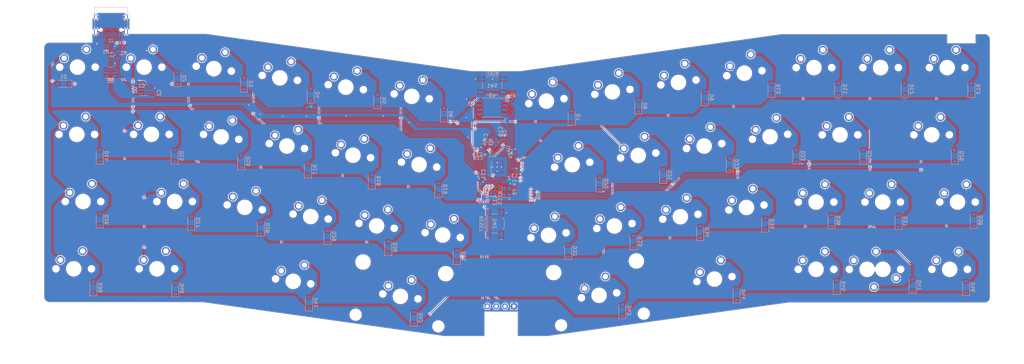
<source format=kicad_pcb>
(kicad_pcb (version 20221018) (generator pcbnew)
  (title_block (title "Reel") (rev "1.0") (comment 1 "MIT License (Open source hardware)"))
  (layers (0 "F.Cu" signal) (31 "B.Cu" signal) (34 "B.Paste" user) (35 "F.Paste" user) (36 "B.SilkS" user "B.Silkscreen") (37 "F.SilkS" user "F.Silkscreen") (38 "B.Mask" user) (39 "F.Mask" user) (44 "Edge.Cuts" user))
  (net 0 "")
  (net 1 "+5V")
  (net 2 "GND")
  (net 3 "+1V1")
  (net 4 "ROW_0")
  (net 5 "ROW_1")
  (net 6 "ROW_2")
  (net 7 "ROW_3")
  (net 8 "Net-(U4-XIN)")
  (net 9 "VBUS")
  (net 10 "COL_7")
  (net 11 "COL_6")
  (net 12 "Net-(D1-A)")
  (net 13 "Net-(D2-A)")
  (net 14 "Net-(D3-A)")
  (net 15 "COL_5")
  (net 16 "COL_0")
  (net 17 "COL_1")
  (net 18 "COL_2")
  (net 19 "COL_3")
  (net 20 "COL_4")
  (net 21 "Net-(D4-A)")
  (net 22 "Net-(D5-A)")
  (net 23 "/USB_D+")
  (net 24 "/USB_D-")
  (net 25 "Net-(D6-A)")
  (net 26 "/RP2040/BOOT")
  (net 27 "/RP2040/QSPI_SS")
  (net 28 "/RP2040/~{RESET}")
  (net 29 "Net-(D7-A)")
  (net 30 "Net-(D8-A)")
  (net 31 "/RP2040/QSPI_D3")
  (net 32 "/RP2040/QSPI_SCLK")
  (net 33 "/RP2040/QSPI_D0")
  (net 34 "/RP2040/QSPI_D2")
  (net 35 "/RP2040/QSPI_D1")
  (net 36 "Net-(D9-A)")
  (net 37 "Net-(D10-A)")
  (net 38 "Net-(D11-A)")
  (net 39 "/RP2040/SWCLK")
  (net 40 "/RP2040/SWDIO")
  (net 41 "Net-(D12-A)")
  (net 42 "Net-(D13-A)")
  (net 43 "Net-(D14-A)")
  (net 44 "Net-(D15-A)")
  (net 45 "Net-(D16-A)")
  (net 46 "Net-(D17-A)")
  (net 47 "Net-(D18-A)")
  (net 48 "Net-(D19-A)")
  (net 49 "Net-(D20-A)")
  (net 50 "Net-(D21-A)")
  (net 51 "Net-(D22-A)")
  (net 52 "Net-(D23-A)")
  (net 53 "Net-(D24-A)")
  (net 54 "+3V3")
  (net 55 "Net-(D25-A)")
  (net 56 "Net-(D26-A)")
  (net 57 "Net-(D27-A)")
  (net 58 "Net-(D28-A)")
  (net 59 "Net-(D29-A)")
  (net 60 "Net-(D30-A)")
  (net 61 "Net-(D31-A)")
  (net 62 "Net-(D32-A)")
  (net 63 "Net-(D33-A)")
  (net 64 "Net-(D34-A)")
  (net 65 "Net-(D35-A)")
  (net 66 "Net-(D36-A)")
  (net 67 "Net-(D37-A)")
  (net 68 "Net-(D38-A)")
  (net 69 "Net-(D39-A)")
  (net 70 "Net-(D40-A)")
  (net 71 "Net-(D41-A)")
  (net 72 "Net-(D42-A)")
  (net 73 "Net-(D43-A)")
  (net 74 "Net-(D44-A)")
  (net 75 "Net-(D45-A)")
  (net 76 "Net-(D46-A)")
  (net 77 "Net-(J1-CC1)")
  (net 79 "Net-(J1-CC2)")
  (net 81 "COL_8")
  (net 82 "COL_9")
  (net 83 "COL_10")
  (net 84 "COL_11")
  (net 85 "COL_12")
  (net 86 "Net-(U4-USB_DP)")
  (net 87 "Net-(U4-USB_DM)")
  (net 88 "Net-(U4-XOUT)")
  (net 100 "Net-(C5-Pad2)")
  (net 105 "Net-(D47-A)")
  (footprint "MX_Solderable:MX-Solderable-1U" (layer "F.Cu") (at 194.05 53.6 8)
    (fp_text reference "KEY9")
    (fp_text value "SW_Push_45deg")
  )
  (footprint "MX_Solderable:MX-Solderable-1U" (layer "F.Cu") (at 82.1 71.8 -8)
    (fp_text reference "KEY17")
    (fp_text value "SW_Push_45deg")
  )
  (footprint "MX_Solderable:MX-Solderable-1U" (layer "F.Cu") (at 63.29 69.18 -8)
    (fp_text reference "KEY16")
    (fp_text value "SW_Push_45deg")
  )
  (footprint "MX_Solderable:MX-Solderable-1U" (layer "F.Cu") (at 43.36 68.46)
    (fp_text reference "KEY15")
    (fp_text value "SW_Push_45deg")
  )
  (footprint "MX_Solderable:MX-Solderable-1.25U" (layer "F.Cu") (at 273.85 87.85)
    (fp_text reference locked "KEY38")
    (fp_text value locked "SW_Push_45deg")
  )
  (footprint "MX_Solderable:MX-Solderable-1U" (layer "F.Cu") (at 251.85 49.35)
    (fp_text reference "KEY12")
    (fp_text value "SW_Push_45deg")
  )
  (footprint "MX_Solderable:MX-Solderable-1U" (layer "F.Cu") (at 232.8 49.35)
    (fp_text reference "KEY11")
    (fp_text value "SW_Push_45deg")
  )
  (footprint "MX_Solderable:MX-Solderable-1.25U" (layer "F.Cu") (at 204.35 109.9 8)
    (fp_text reference locked "KEY44")
    (fp_text value locked "SW_Push_45deg")
  )
  (footprint "MX_Solderable:MX-Solderable-1U" (layer "F.Cu") (at 175.75 94.7 8)
    (fp_text reference locked "KEY33")
    (fp_text value locked "SW_Push_45deg")
  )
  (footprint "MX_Solderable:MX-Solderable-1U" (layer "F.Cu") (at 156.9 97.35 8)
    (fp_text reference locked "KEY32")
    (fp_text value locked "SW_Push_45deg")
  )
  (footprint "MX_Solderable:MX-Solderable-1U" (layer "F.Cu") (at 156.3 58.94 8)
    (fp_text reference "KEY7")
    (fp_text value "SW_Push_45deg")
  )
  (footprint "MX_Solderable:MX-Solderable-1U" (layer "F.Cu") (at 88.9 92 -8)
    (fp_text reference "KEY29")
    (fp_text value "SW_Push_45deg")
  )
  (footprint "MX_Solderable:MX-Solderable-1U" (layer "F.Cu") (at 271.6 107.1)
    (fp_text reference locked "KEY46")
    (fp_text value locked "SW_Push_45deg")
  )
  (footprint "local-libraries:PinHeader_1x04_P2.54mm_Vertical_debug" (layer "F.Cu") (at 139.4 117.7 90)
    (fp_text reference "J2" hide)
    (fp_text value "NA_Conn_01x04_Female")
  )
  (footprint "MX_Solderable:MX-Solderable-1U" (layer "F.Cu") (at 22.225 49.2125)
    (fp_text reference "KEY1")
    (fp_text value "SW_Push_45deg")
  )
  (footprint "MX_Solderable:MX-Solderable-1U" (layer "F.Cu") (at 213.5 89.4 8)
    (fp_text reference locked "KEY35")
    (fp_text value locked "SW_Push_45deg")
  )
  (footprint "MX_Solderable:MX-Solderable-1U" (layer "F.Cu") (at 119.89 77.13 -8)
    (fp_text reference "KEY19")
    (fp_text value "SW_Push_45deg")
  )
  (footprint "MX_Solderable:MX-Solderable-1U" (layer "F.Cu") (at 270.9 49.35)
    (fp_text reference "KEY13")
    (fp_text value "SW_Push_45deg")
  )
  (footprint "MX_Solderable:MX-Solderable-1U" (layer "F.Cu") (at 175.17 56.3 8)
    (fp_text reference "KEY8")
    (fp_text value "SW_Push_45deg")
  )
  (footprint "MX_Solderable:MX-Solderable-1U" (layer "F.Cu") (at 117.79 57.58 -8)
    (fp_text reference "KEY6")
    (fp_text value "SW_Push_45deg")
  )
  (footprint "MX_Solderable:MX-Solderable-1.25U" (layer "F.Cu") (at 83.9 110.55 -8)
    (fp_text reference locked "KEY41")
    (fp_text value locked "SW_Push_45deg")
  )
  (footprint "MX_Solderable:MX-Solderable-1.75U" (layer "F.Cu") (at 266.45 68.6)
    (fp_text reference "KEY25")
    (fp_text value "SW_Push_45deg")
  )
  (footprint "MX_Solderable:MX-Solderable-1.75U" (layer "F.Cu") (at 23.8125 87.7)
    (fp_text reference "KEY26")
    (fp_text value "SW_Push_45deg")
  )
  (footprint "MX_Solderable:MX-Solderable-1U" (layer "F.Cu") (at 233.4 87.85)
    (fp_text reference locked "KEY36")
    (fp_text value locked "SW_Push_45deg")
  )
  (footprint "MX_Solderable:MX-Solderable-1U" (layer "F.Cu") (at 70.05 89.35 -8)
    (fp_text reference "KEY28")
    (fp_text value "SW_Push_45deg")
  )
  (footprint "MX_Solderable:MX-Solderable-2U-ReversedStabilizers" (layer "F.Cu") (at 114.55 114.85 -8)
    (fp_text reference locked "KEY42")
    (fp_text value locked "SW_Push_45deg")
  )
  (footprint "MX_Solderable:MX-Solderable-1U" (layer "F.Cu") (at 182.55 74.5 8)
    (fp_text reference "KEY21")
    (fp_text value "SW_Push_45deg")
  )
  (footprint "MX_Solderable:MX-Solderable-1.25U" (layer "F.Cu") (at 21.15 106.95)
    (fp_text reference locked "KEY39")
    (fp_text value locked "SW_Push_45deg")
  )
  (footprint "MX_Solderable:MX-Solderable-1U" (layer "F.Cu") (at 126.65 97.3 -8)
    (fp_text reference locked "KEY31")
    (fp_text value locked "SW_Push_45deg")
  )
  (footprint "MX_Solderable:MX-Solderable-2.25U-ReversedStabilizers" (layer "F.Cu") (at 171.35 114.55 8)
    (fp_text reference locked "KEY43")
    (fp_text value locked "SW_Push_45deg")
  )
  (footprint "MX_Solderable:MX-Solderable-1U" (layer "F.Cu") (at 101 74.44 -8)
    (fp_text reference "KEY18")
    (fp_text value "SW_Push_45deg")
  )
  (footprint "MX_Solderable:MX-Solderable-1U" (layer "F.Cu") (at 201.4 71.8 8)
    (fp_text reference "KEY22")
    (fp_text value "SW_Push_45deg")
  )
  (footprint "MX_Solderable:MX-Solderable-1U" (layer "F.Cu") (at 212.9 50.95 8)
    (fp_text reference "KEY10")
    (fp_text value "SW_Push_45deg")
  )
  (footprint "MX_Solderable:MX-Solderable-1U" (layer "F.Cu") (at 163.67 77.15 8)
    (fp_text reference "KEY20")
    (fp_text value "SW_Push_45deg")
  )
  (footprint "MX_Solderable:MX-Solderable-1U" (layer "F.Cu") (at 98.95 54.95 -8)
    (fp_text reference "KEY5")
    (fp_text value "SW_Push_45deg")
  )
  (footprint "MX_Solderable:MX-Solderable-1U" (layer "F.Cu") (at 220.25 69.15 8)
    (fp_text reference "KEY23")
    (fp_text value "SW_Push_45deg")
  )
  (footprint "MX_Solderable:MX-Solderable-1U" (layer "F.Cu") (at 61.2 49.65 -8)
    (fp_text reference locked "KEY3")
    (fp_text value locked "SW_Push_45deg")
  )
  (footprint "MX_Solderable:MX-Solderable-1U" (layer "F.Cu") (at 233.4 107.1)
    (fp_text reference locked "KEY45")
    (fp_text value locked "SW_Push_45deg")
  )
  (footprint "MX_Solderable:MX-Solderable-1U" (layer "F.Cu") (at 252.5 107.1 180)
    (fp_text reference "KEY47")
    (fp_text value "SW_Push_45deg")
  )
  (footprint "MX_Solderable:MX-Solderable-1.25U" (layer "F.Cu") (at 22.03 68.47)
    (fp_text reference "KEY14")
    (fp_text value "SW_Push_45deg")
  )
  (footprint "MX_Solderable:MX-Solderable-1.25U" (layer "F.Cu") (at 248 107.1)
    (fp_text reference "KEY48")
    (fp_text value "SW_Push_45deg")
  )
  (footprint "MX_Solderable:MX-Solderable-1U" (layer "F.Cu") (at 41.275 49.2125)
    (fp_text reference "KEY2")
    (fp_text value "SW_Push_45deg")
  )
  (footprint "MX_Solderable:MX-Solderable-1U" (layer "F.Cu") (at 80.08 52.29 -8)
    (fp_text reference "KEY4")
    (fp_text value "SW_Push_45deg")
  )
  (footprint "MX_Solderable:MX-Solderable-1U" (layer "F.Cu") (at 252.45 87.85)
    (fp_text reference locked "KEY37")
    (fp_text value locked "SW_Push_45deg")
  )
  (footprint "MX_Solderable:MX-Solderable-1.25U" (layer "F.Cu") (at 44.95 106.95)
    (fp_text reference locked "KEY40")
    (fp_text value locked "SW_Push_45deg")
  )
  (footprint "MX_Solderable:MX-Solderable-1U" (layer "F.Cu") (at 107.75 94.65 -8)
    (fp_text reference locked "KEY30")
    (fp_text value locked "SW_Push_45deg")
  )
  (footprint "MX_Solderable:MX-Solderable-1U" (layer "F.Cu") (at 240.25 68.6)
    (fp_text reference "KEY24")
    (fp_text value "SW_Push_45deg")
  )
  (footprint "MX_Solderable:MX-Solderable-1U" (layer "F.Cu") (at 50.00625 87.7)
    (fp_text reference "KEY27")
    (fp_text value "SW_Push_45deg")
  )
  (footprint "MX_Solderable:MX-Solderable-1U" (layer "F.Cu") (at 194.6 92.05 8)
    (fp_text reference locked "KEY34")
    (fp_text value locked "SW_Push_45deg")
  )
  (footprint "Diode_SMD:D_SOD-123" (layer "B.Cu") (at 181.2 99.1 90)
    (fp_text reference "D33")
    (fp_text value "1N4148")
  )
  (footprint "Diode_SMD:D_SOD-123" (layer "B.Cu") (at 28.575 74.6125 90)
    (fp_text reference "D14")
    (fp_text value "1N4148")
  )
  (footprint "Diode_SMD:D_SOD-123" (layer "B.Cu") (at 74.6125 95.25 90)
    (fp_text reference "D28")
    (fp_text value "1N4148")
  )
  (footprint "Diode_SMD:D_SOD-123" (layer "B.Cu") (at 69.05625 76.2 90)
    (fp_text reference "D16")
    (fp_text value "1N4148")
  )
  (footprint "Diode_SMD:D_SOD-123" (layer "B.Cu") (at 106.3625 81.75625 90)
    (fp_text reference "D18")
    (fp_text value "1N4148")
  )
  (footprint "Resistor_SMD:R_0402_1005Metric" (layer "B.Cu") (at 142.9 83.7 90)
    (fp_text reference "R7")
    (fp_text value "1k")
  )
  (footprint "Package_DFN_QFN:QFN-56-1EP_7x7mm_P0.4mm_EP3.2x3.2mm" (layer "B.Cu") (at 142.2 77.7875 180)
    (fp_text reference "U4")
    (fp_text value "RP2040")
  )
  (footprint "Connector_USB:USB_C_Receptacle_HRO_TYPE-C-31-M-12" (layer "B.Cu") (at 31.8 35.94)
    (fp_text reference "J1")
    (fp_text value "USB_C_Receptacle_USB2.0")
  )
  (footprint "Diode_SMD:D_SOD-123" (layer "B.Cu") (at 69.85 53.975 90)
    (fp_text reference "D3")
    (fp_text value "1N4148")
  )
  (footprint "Diode_SMD:D_SOD-123" (layer "B.Cu") (at 276.3 112.2 90)
    (fp_text reference "D46")
    (fp_text value "1N4148")
  )
  (footprint "Resistor_SMD:R_0402_1005Metric" (layer "B.Cu") (at 146.3 58.4 -90)
    (fp_text reference "R6")
    (fp_text value "10k")
  )
  (footprint "Diode_SMD:D_SOD-123" (layer "B.Cu") (at 239.7125 55.5 90)
    (fp_text reference "D11")
    (fp_text value "1N4148")
  )
  (footprint "Capacitor_SMD:C_0402_1005Metric" (layer "B.Cu") (at 147.3 84.1 90)
    (fp_text reference "C4")
    (fp_text value "20pF")
  )
  (footprint "Diode_SMD:D_SOD-123" (layer "B.Cu") (at 246.85625 74.55 90)
    (fp_text reference "D24")
    (fp_text value "1N4148")
  )
  (footprint "Diode_SMD:D_SOD-123" (layer "B.Cu") (at 171.45 82.55 90)
    (fp_text reference "D20")
    (fp_text value "1N4148")
  )
  (footprint "Capacitor_SMD:C_0402_1005Metric" (layer "B.Cu") (at 140.5 84.9 -90)
    (fp_text reference "C9")
    (fp_text value "100nF")
  )
  (footprint "Resistor_SMD:R_0603_1608Metric" (layer "B.Cu") (at 141.9 70.7 -90)
    (fp_text reference "R3")
    (fp_text value "27")
  )
  (footprint "Diode_SMD:D_SOD-123" (layer "B.Cu") (at 88.4 116.65 90)
    (fp_text reference "D41")
    (fp_text value "1N4148")
  )
  (footprint "Diode_SMD:D_SOD-123" (layer "B.Cu") (at 50.2 112.6 90)
    (fp_text reference "D40")
    (fp_text value "1N4148")
  )
  (footprint "Package_SO:SOIC-8_5.23x5.23mm_P1.27mm" (layer "B.Cu") (at 140.8 60.795 180)
    (fp_text reference "U3")
    (fp_text value "W25Q128JVS")
  )
  (footprint "Diode_SMD:D_SOD-123" (layer "B.Cu") (at 130.7 103.35 90)
    (fp_text reference "D31")
    (fp_text value "1N4148")
  )
  (footprint "Diode_SMD:D_SOD-123" (layer "B.Cu") (at 118.4 121 90)
    (fp_text reference "D42")
    (fp_text value "1N4148")
  )
  (footprint "Diode_SMD:D_SOD-123" (layer "B.Cu") (at 26.8 112.3 90)
    (fp_text reference "D39")
    (fp_text value "1N4148")
  )
  (footprint "Diode_SMD:D_SOD-123" (layer "B.Cu") (at 162.5 101.85 90)
    (fp_text reference "D32")
    (fp_text value "1N4148")
  )
  (footprint "Capacitor_SMD:C_0402_1005Metric" (layer "B.Cu") (at 147.7 79.1)
    (fp_text reference "C13")
    (fp_text value "100nF")
  )
  (footprint "Diode_SMD:D_SOD-123" (layer "B.Cu") (at 273.05 74.6125 90)
    (fp_text reference "D25")
    (fp_text value "1N4148")
  )
  (footprint "Diode_SMD:D_SOD-123" (layer "B.Cu") (at 163.5125 63.5 90)
    (fp_text reference "D7")
    (fp_text value "1N4148")
  )
  (footprint "Button_Switch_SMD:SW_SPST_TL3342" (layer "B.Cu") (at 141.5 94 90)
    (fp_text reference "SW2")
    (fp_text value "RESET")
  )
  (footprint "Diode_SMD:D_SOD-123" (layer "B.Cu") (at 227.80625 74.6125 90)
    (fp_text reference "D23")
    (fp_text value "1N4148")
  )
  (footprint "Capacitor_SMD:C_0402_1005Metric" (layer "B.Cu") (at 144.4 70.2 90)
    (fp_text reference "C8")
    (fp_text value "100nF")
  )
  (footprint "Capacitor_SMD:C_0402_1005Metric" (layer "B.Cu") (at 136.9 74.1 180)
    (fp_text reference "C10")
    (fp_text value "100nF")
  )
  (footprint "Diode_SMD:D_SOD-123" (layer "B.Cu") (at 257 93.3 90)
    (fp_text reference "D37")
    (fp_text value "1N4148")
  )
  (footprint "Resistor_SMD:R_0603_1608Metric" (layer "B.Cu") (at 140.1 70.7 -90)
    (fp_text reference "R4")
    (fp_text value "27")
  )
  (footprint "Diode_SMD:D_SOD-123" (layer "B.Cu") (at 18.25625 53.975 180)
    (fp_text reference "D1")
    (fp_text value "1N4148")
  )
  (footprint "Diode_SMD:D_SOD-123" (layer "B.Cu") (at 125.4125 84.1375 90)
    (fp_text reference "D19")
    (fp_text value "1N4148")
  )
  (footprint "Capacitor_SMD:C_0402_1005Metric" (layer "B.Cu") (at 137.1 79.8 -90)
    (fp_text reference "C11")
    (fp_text value "100nF")
  )
  (footprint "Resistor_SMD:R_0402_1005Metric" (layer "B.Cu") (at 30.3 43.1 -90)
    (fp_text reference "R1")
    (fp_text value "5.1k")
  )
  (footprint "Diode_SMD:D_SOD-123" (layer "B.Cu") (at 54.76875 93.6625 90)
    (fp_text reference "D27")
    (fp_text value "1N4148")
  )
  (footprint "Diode_SMD:D_SOD-123" (layer "B.Cu") (at 28.575 92.86875 90)
    (fp_text reference "D26")
    (fp_text value "1N4148")
  )
  (footprint "Capacitor_SMD:C_0402_1005Metric" (layer "B.Cu") (at 44.4 56.6 90)
    (fp_text reference "C2")
    (fp_text value "1uF")
  )
  (footprint "Capacitor_SMD:C_0402_1005Metric" (layer "B.Cu") (at 138.6 71.3 90)
    (fp_text reference "C7")
    (fp_text value "1uF")
  )
  (footprint "Diode_SMD:D_SOD-123" (layer "B.Cu") (at 277.8125 55.5 90)
    (fp_text reference "D13")
    (fp_text value "1N4148")
  )
  (footprint "Diode_SMD:D_SOD-123" (layer "B.Cu") (at 210.7 114.3 90)
    (fp_text reference "D44")
    (fp_text value "1N4148")
  )
  (footprint "Diode_SMD:D_SOD-123" (layer "B.Cu") (at 261 111.6 90)
    (fp_text reference "D47")
    (fp_text value "1N4148")
  )
  (footprint "Diode_SMD:D_SOD-123" (layer "B.Cu") (at 239.3 111.9 90)
    (fp_text reference "D45")
    (fp_text value "1N4148")
  )
  (footprint "Diode_SMD:D_SOD-123" (layer "B.Cu") (at 50.00625 74.6125 90)
    (fp_text reference "D15")
    (fp_text value "1N4148")
  )
  (footprint "Crystal:Crystal_SMD_2520-4Pin_2.5x2.0mm" (layer "B.Cu") (at 144.994 84.8995 90)
    (fp_text reference "Y1")
    (fp_text value "12MHz")
  )
  (footprint "Diode_SMD:D_SOD-123" (layer "B.Cu") (at 182.5625 60.2625 90)
    (fp_text reference "D8")
    (fp_text value "1N4148")
  )
  (footprint "Diode_SMD:D_SOD-123" (layer "B.Cu") (at 200.3 96.45 90)
    (fp_text reference "D34")
    (fp_text value "1N4148")
  )
  (footprint "Diode_SMD:D_SOD-123" (layer "B.Cu") (at 88.10625 78.51875 90)
    (fp_text reference "D17")
    (fp_text value "1N4148")
  )
  (footprint "Capacitor_SMD:C_0402_1005Metric" (layer "B.Cu") (at 143.3 70.2 90)
    (fp_text reference "C16")
    (fp_text value "100nF")
  )
  (footprint "Fuse:Fuse_0805_2012Metric" (layer "B.Cu") (at 33.7 45.7 -90)
    (fp_text reference "F1")
    (fp_text value "500mA, 6V")
  )
  (footprint "Package_TO_SOT_SMD:SOT-23-6" (layer "B.Cu") (at 31.75 50.8)
    (fp_text reference "U2")
    (fp_text value "SRV05-4")
  )
  (footprint "Diode_SMD:D_SOD-123" (layer "B.Cu") (at 111.1 100.8 90)
    (fp_text reference "D30")
    (fp_text value "1N4148")
  )
  (footprint "Capacitor_SMD:C_0402_1005Metric" (layer "B.Cu") (at 147.4 74 90)
    (fp_text reference "C14")
    (fp_text value "100nF")
  )
  (footprint "Diode_SMD:D_SOD-123" (layer "B.Cu") (at 93.6625 97.63125 90)
    (fp_text reference "D29")
    (fp_text value "1N4148")
  )
  (footprint "Diode_SMD:D_SOD-123" (layer "B.Cu") (at 178 118.85 90)
    (fp_text reference "D43")
    (fp_text value "1N4148")
  )
  (footprint "Diode_SMD:D_SOD-123" (layer "B.Cu") (at 220.6625 55.5 90)
    (fp_text reference "D10")
    (fp_text value "1N4148")
  )
  (footprint "Diode_SMD:D_SOD-123" (layer "B.Cu") (at 88.9 57.15 90)
    (fp_text reference "D4")
    (fp_text value "1N4148")
  )
  (footprint "Diode_SMD:D_SOD-123" (layer "B.Cu") (at 50.8 52.3875 90)
    (fp_text reference "D2")
    (fp_text value "1N4148")
  )
  (footprint "Diode_SMD:D_SOD-123" (layer "B.Cu") (at 201.6125 57.88125 90)
    (fp_text reference "D9")
    (fp_text value "1N4148")
  )
  (footprint "Capacitor_SMD:C_0402_1005Metric" (layer "B.Cu") (at 136.9 75.2 180)
    (fp_text reference "C15")
    (fp_text value "100nF")
  )
  (footprint "Diode_SMD:D_SOD-123" (layer "B.Cu") (at 278.5 93 90)
    (fp_text reference "D38")
    (fp_text value "1N4148")
  )
  (footprint "Diode_SMD:D_SOD-123" (layer "B.Cu") (at 258.7625 55.5 90)
    (fp_text reference "D12")
    (fp_text value "1N4148")
  )
  (footprint "Diode_SMD:D_SOD-123" (layer "B.Cu") (at 218.9 94.1 90)
    (fp_text reference "D35")
    (fp_text value "1N4148")
  )
  (footprint "Diode_SMD:D_SOD-123" (layer "B.Cu") (at 237.8 93.1 90)
    (fp_text reference "D36")
    (fp_text value "1N4148")
  )
  (footprint "Capacitor_SMD:C_0402_1005Metric" (layer "B.Cu") (at 138.1 73 180)
    (fp_text reference "C6")
    (fp_text value "1uF")
  )
  (footprint "Resistor_SMD:R_0402_1005Metric" (layer "B.Cu") (at 35.6 43.5 -90)
    (fp_text reference "R2")
    (fp_text value "5.1k")
  )
  (footprint "Resistor_SMD:R_0402_1005Metric" (layer "B.Cu") (at 146.56 56.35625)
    (fp_text reference "R5")
    (fp_text value "1k")
  )
  (footprint "Capacitor_SMD:C_0402_1005Metric" (layer "B.Cu") (at 40.5 53.4)
    (fp_text reference "C1")
    (fp_text value "1uF")
  )
  (footprint "Diode_SMD:D_SOD-123" (layer "B.Cu") (at 127 62.64375 90)
    (fp_text reference "D6")
    (fp_text value "1N4148")
  )
  (footprint "Diode_SMD:D_SOD-123" (layer "B.Cu") (at 208.75625 76.99375 90)
    (fp_text reference "D22")
    (fp_text value "1N4148")
  )
  (footprint "Resistor_SMD:R_0402_1005Metric" (layer "B.Cu") (at 139.3 84.9 90)
    (fp_text reference "R8")
    (fp_text value "10k")
  )
  (footprint "Capacitor_SMD:C_0402_1005Metric" (layer "B.Cu") (at 141.692 84.8995 -90)
    (fp_text reference "C12")
    (fp_text value "100nF")
  )
  (footprint "Button_Switch_SMD:SW_SPST_TL3342" (layer "B.Cu") (at 140.8 54.5 180)
    (fp_text reference "SW1")
    (fp_text value "BOOT")
  )
  (footprint "Capacitor_SMD:C_0402_1005Metric" (layer "B.Cu") (at 142.875 85.725 90)
    (fp_text reference "C5")
    (fp_text value "20pF")
  )
  (footprint "Capacitor_SMD:C_0402_1005Metric" (layer "B.Cu") (at 134.9 58.4 180)
    (fp_text reference "C3")
    (fp_text value "100nF")
  )
  (footprint "Diode_SMD:D_SOD-123" (layer "B.Cu") (at 189.70625 80.16875 90)
    (fp_text reference "D21")
    (fp_text value "1N4148")
  )
  (footprint "Diode_SMD:D_SOD-123" (layer "B.Cu") (at 107.95 58.7375 90)
    (fp_text reference "D5")
    (fp_text value "1N4148")
  )
  (footprint "Package_TO_SOT_SMD:SOT-23-5" (layer "B.Cu") (at 41.6 55.8)
    (fp_text reference "U1")
    (fp_text value "RT9013-33GB")
  )
  (gr_circle (center 41.98 44.47875) (end 42.234 44.47875) (fill solid) (layer "B.SilkS"))
  (gr_circle (center 27.786 42.49225) (end 28.04 42.49225) (fill solid) (layer "B.SilkS"))
  (gr_circle (center 145.5293 80.54975) (end 145.5293 80.29575) (fill solid) (layer "B.SilkS"))
  (gr_line (start 138.6 119.2) (end 138.6 126.2) (stroke (width 0.1)) (layer "Edge.Cuts"))
  (gr_arc (start 14.200015 116.476586) (mid 13.155896 116.044104) (end 12.723414 114.999985) (stroke (width 0.1)) (layer "Edge.Cuts"))
  (gr_line (start 283.1 78.1) (end 283.1 59.1) (stroke (width 0.1)) (layer "Edge.Cuts"))
  (gr_arc (start 12.723399 43.676601) (mid 13.155885 42.632486) (end 14.2 42.2) (stroke (width 0.1)) (layer "Edge.Cuts"))
  (gr_line (start 12.723399 43.676601) (end 12.723414 114.999985) (stroke (width 0.1)) (layer "Edge.Cuts"))
  (gr_line (start 37.1 39.7) (end 37.1 33.7) (stroke (width 0.1)) (layer "Edge.Cuts"))
  (gr_line (start 26.5 33.7) (end 26.5 42.2) (stroke (width 0.1)) (layer "Edge.Cuts"))
  (gr_line (start 37.1 33.7) (end 26.5 33.7) (stroke (width 0.1)) (layer "Edge.Cuts"))
  (gr_line (start 156.6 126.2) (end 225.5 116.6) (stroke (width 0.1)) (layer "Edge.Cuts"))
  (gr_line (start 223.3 39.8) (end 148.6 50.4) (stroke (width 0.1)) (layer "Edge.Cuts"))
  (gr_line (start 127.1 126.2) (end 58.1 116.5) (stroke (width 0.1)) (layer "Edge.Cuts"))
  (gr_line (start 279 42.4) (end 279 39.8) (stroke (width 0.1)) (layer "Edge.Cuts"))
  (gr_line (start 26.5 42.2) (end 14.2 42.2) (stroke (width 0.1)) (layer "Edge.Cuts"))
  (gr_line (start 283.1 78.1) (end 283.102486 115.13) (stroke (width 0.1)) (layer "Edge.Cuts"))
  (gr_line (start 135 50.4) (end 59 39.7) (stroke (width 0.1)) (layer "Edge.Cuts"))
  (gr_line (start 37.1 39.7) (end 59 39.7) (stroke (width 0.1)) (layer "Edge.Cuts"))
  (gr_line (start 270.9 39.8) (end 270.9 42.4) (stroke (width 0.1)) (layer "Edge.Cuts"))
  (gr_line (start 279 39.8) (end 281.623399 39.783399) (stroke (width 0.1)) (layer "Edge.Cuts"))
  (gr_line (start 281.625885 116.606601) (end 225.5 116.6) (stroke (width 0.1)) (layer "Edge.Cuts"))
  (gr_line (start 148.1 126.2) (end 156.6 126.2) (stroke (width 0.1)) (layer "Edge.Cuts"))
  (gr_line (start 14.200015 116.476586) (end 58.1 116.5) (stroke (width 0.1)) (layer "Edge.Cuts"))
  (gr_line (start 270.9 42.4) (end 279 42.4) (stroke (width 0.1)) (layer "Edge.Cuts"))
  (gr_line (start 283.1 41.26) (end 283.1 59.1) (stroke (width 0.1)) (layer "Edge.Cuts"))
  (gr_arc (start 283.102486 115.13) (mid 282.67 116.174115) (end 281.625885 116.606601) (stroke (width 0.1)) (layer "Edge.Cuts"))
  (gr_line (start 148.1 126.2) (end 148.1 119.2) (stroke (width 0.1)) (layer "Edge.Cuts"))
  (gr_arc (start 281.623399 39.783399) (mid 282.667514 40.215885) (end 283.1 41.26) (stroke (width 0.1)) (layer "Edge.Cuts"))
  (gr_line (start 148.1 119.2) (end 138.6 119.2) (stroke (width 0.1)) (layer "Edge.Cuts"))
  (gr_line (start 127.1 126.2) (end 138.6 126.2) (stroke (width 0.1)) (layer "Edge.Cuts"))
  (gr_line (start 270.9 39.8) (end 223.3 39.8) (stroke (width 0.1)) (layer "Edge.Cuts"))
  (gr_line (start 135 50.4) (end 148.6 50.4) (stroke (width 0.1)) (layer "Edge.Cuts"))
  (segment (start 33.4 50.8) (end 37.55 54.95) (width 0.25) (layer "B.Cu") (net 1))
  (segment (start 40.4625 53.8425) (end 40.02 53.4) (width 0.25) (layer "B.Cu") (net 1))
  (segment (start 37.55 55.45) (end 38.95 56.85) (width 0.25) (layer "B.Cu") (net 1))
  (segment (start 40.4625 54.85) (end 40.4625 53.8425) (width 0.25) (layer "B.Cu") (net 1))
  (segment (start 38.559616 54.95) (end 40.3625 54.95) (width 0.25) (layer "B.Cu") (net 1))
  (segment (start 32.8875 50.8) (end 33.4 50.8) (width 0.25) (layer "B.Cu") (net 1))
  (segment (start 37.55 54.95) (end 37.55 55.45) (width 0.25) (layer "B.Cu") (net 1))
  (segment (start 37.55 54.95) (end 38.559616 54.95) (width 0.25) (layer "B.Cu") (net 1))
  (segment (start 33.7 46.6375) (end 33.875 46.8125) (width 0.25) (layer "B.Cu") (net 1))
  (segment (start 33.875 46.8125) (end 33.875 50.196751) (width 0.25) (layer "B.Cu") (net 1))
  (segment (start 38.95 56.85) (end 40.3625 56.85) (width 0.25) (layer "B.Cu") (net 1))
  (segment (start 33.875 50.196751) (end 33.271751 50.8) (width 0.25) (layer "B.Cu") (net 1))
  (segment (start 33.271751 50.8) (end 32.8875 50.8) (width 0.25) (layer "B.Cu") (net 1))
  (via (at 117.1 65.1) (size 0.6) (drill 0.3) (layers "F.Cu" "B.Cu") (net 2))
  (via (at 87.7 63.3) (size 0.6) (drill 0.3) (layers "F.Cu" "B.Cu") (net 2))
  (via (at 32.9 48.2) (size 0.56) (drill 0.3) (layers "F.Cu" "B.Cu") (net 2))
  (via (at 137.6 72.2) (size 0.56) (drill 0.3) (layers "F.Cu" "B.Cu") (net 2))
  (via (at 81 63.3) (size 0.6) (drill 0.3) (layers "F.Cu" "B.Cu") (net 2))
  (via (at 33 43.2) (size 0.56) (drill 0.3) (layers "F.Cu" "B.Cu") (net 2))
  (via (at 229.4 76.9) (size 0.6) (drill 0.3) (layers "F.Cu" "B.Cu") (net 2))
  (via (at 143.47 77.7875) (size 0.56) (drill 0.3) (layers "F.Cu" "B.Cu") (net 2))
  (via (at 144.4 68.9) (size 0.6) (drill 0.3) (layers "F.Cu" "B.Cu") (net 2))
  (via (at 147.4 72.7) (size 0.6) (drill 0.3) (layers "F.Cu" "B.Cu") (net 2))
  (via (at 138.6 70.1) (size 0.56) (drill 0.3) (layers "F.Cu" "B.Cu") (net 2))
  (via (at 44.4 55.2) (size 0.56) (drill 0.3) (layers "F.Cu" "B.Cu") (net 2))
  (via (at 137.1 81.2) (size 0.56) (drill 0.3) (layers "F.Cu" "B.Cu") (net 2))
  (via (at 41.8 53.4) (size 0.56) (drill 0.3) (layers "F.Cu" "B.Cu") (net 2))
  (via (at 138.2 82.1) (size 0.56) (drill 0.3) (layers "F.Cu" "B.Cu") (net 2))
  (via (at 144.5 64) (size 0.56) (drill 0.3) (layers "F.Cu" "B.Cu") (net 2))
  (via (at 142.2 77.7875) (size 0.56) (drill 0.3) (layers "F.Cu" "B.Cu") (net 2))
  (via (at 141.7 86.2) (size 0.56) (drill 0.3) (layers "F.Cu" "B.Cu") (net 2))
  (via (at 143.4 98.6) (size 0.6) (drill 0.3) (layers "F.Cu" "B.Cu") (net 2))
  (via (at 172.7 84.9) (size 0.56) (drill 0.3) (layers "F.Cu" "B.Cu") (net 2))
  (via (at 35.6 44.8) (size 0.56) (drill 0.3) (layers "F.Cu" "B.Cu") (net 2))
  (via (at 138.7 74.3) (size 0.56) (drill 0.3) (layers "F.Cu" "B.Cu") (net 2))
  (via (at 146 82.6) (size 0.6) (drill 0.3) (layers "F.Cu" "B.Cu") (net 2))
  (via (at 30.3 44.4) (size 0.56) (drill 0.3) (layers "F.Cu" "B.Cu") (net 2))
  (via (at 140.5 86.2) (size 0.6) (drill 0.3) (layers "F.Cu" "B.Cu") (net 2))
  (via (at 145.8 81.4) (size 0.6) (drill 0.3) (layers "F.Cu" "B.Cu") (net 2))
  (via (at 135.6 75.2) (size 0.56) (drill 0.3) (layers "F.Cu" "B.Cu") (net 2))
  (via (at 143.3 68.9) (size 0.56) (drill 0.3) (layers "F.Cu" "B.Cu") (net 2))
  (via (at 99 63.1935) (size 0.6) (drill 0.3) (layers "F.Cu" "B.Cu") (net 2))
  (via (at 140.9 52.6) (size 0.6) (drill 0.3) (layers "F.Cu" "B.Cu") (net 2))
  (via (at 142.2 76.5175) (size 0.56) (drill 0.3) (layers "F.Cu" "B.Cu") (net 2))
  (via (at 89 60.5) (size 0.6) (drill 0.3) (layers "F.Cu" "B.Cu") (net 2))
  (via (at 135.6 74.1) (size 0.6) (drill 0.3) (layers "F.Cu" "B.Cu") (net 2))
  (via (at 140.93 77.7875) (size 0.56) (drill 0.3) (layers "F.Cu" "B.Cu") (net 2))
  (via (at 147.7 78.2) (size 0.56) (drill 0.3) (layers "F.Cu" "B.Cu") (net 2))
  (via (at 149.1 79.7) (size 0.56) (drill 0.3) (layers "F.Cu" "B.Cu") (net 2))
  (via (at 109.6 63.1935) (size 0.6) (drill 0.3) (layers "F.Cu" "B.Cu") (net 2))
  (via (at 144.9 90.9) (size 0.6) (drill 0.3) (layers "F.Cu" "B.Cu") (net 2))
  (via (at 147 85.6) (size 0.6) (drill 0.3) (layers "F.Cu" "B.Cu") (net 2))
  (via (at 74.4 62.7) (size 0.6) (drill 0.3) (layers "F.Cu" "B.Cu") (net 2))
  (via (at 133.4 63.6) (size 0.6) (drill 0.3) (layers "F.Cu" "B.Cu") (net 2))
  (via (at 146.3 73.7) (size 0.6) (drill 0.3) (layers "F.Cu" "B.Cu") (net 2))
  (via (at 142.2 79.0575) (size 0.56) (drill 0.3) (layers "F.Cu" "B.Cu") (net 2))
  (via (at 136 52.6) (size 0.6) (drill 0.3) (layers "F.Cu" "B.Cu") (net 2))
  (via (at 133.5 58.4) (size 0.56) (drill 0.3) (layers "F.Cu" "B.Cu") (net 2))
  (via (at 133.7755 69.3) (size 0.6) (drill 0.3) (layers "F.Cu" "B.Cu") (net 2))
  (via (at 145.7 87) (size 0.6) (drill 0.3) (layers "F.Cu" "B.Cu") (net 2))
  (via (at 71.2 60.1) (size 0.6) (drill 0.3) (layers "F.Cu" "B.Cu") (net 2))
  (via (at 38.9 55.7) (size 0.56) (drill 0.3) (layers "F.Cu" "B.Cu") (net 2))
  (segment (start 143.4 97.15) (end 143.4 98.6) (width 0.16) (layer "B.Cu") (net 2))
  (segment (start 36.12 39.07) (end 35.205 39.985) (width 0.2) (layer "B.Cu") (net 2))
  (segment (start 140.5 85.38) (end 140.5 86.2) (width 0.2) (layer "B.Cu") (net 2))
  (segment (start 143.4 90.85) (end 143.4 97.15) (width 0.16) (layer "B.Cu") (net 2))
  (segment (start 136.42 74.1) (end 135.6 74.1) (width 0.2) (layer "B.Cu") (net 2))
  (segment (start 36.12 34.89) (end 36.12 39.07) (width 0.2) (layer "B.Cu") (net 2))
  (segment (start 136 52.6) (end 137.65 52.6) (width 0.16) (layer "B.Cu") (net 2))
  (segment (start 138.6 70.82) (end 138.6 70.1) (width 0.2) (layer "B.Cu") (net 2))
  (segment (start 38.9 55.7) (end 39 55.8) (width 0.2) (layer "B.Cu") (net 2))
  (segment (start 137.62 72.22) (end 137.62 73) (width 0.2) (layer "B.Cu") (net 2))
  (segment (start 35.6 44.01) (end 35.6 44.8) (width 0.2) (layer "B.Cu") (net 2))
  (segment (start 27.48 34.89) (end 27.48 39.07) (width 0.2) (layer "B.Cu") (net 2))
  (segment (start 134.42 58.4) (end 133.5 58.4) (width 0.2) (layer "B.Cu") (net 2))
  (segment (start 39 55.8) (end 40.4625 55.8) (width 0.2) (layer "B.Cu") (net 2))
  (segment (start 143.2 81.630196) (end 143.2 81.225) (width 0.16) (layer "B.Cu") (net 2))
  (segment (start 141.705 86.205) (end 141.7 86.2) (width 0.2) (layer "B.Cu") (net 2))
  (segment (start 137.1 80.28) (end 137.1 81.2) (width 0.2) (layer "B.Cu") (net 2))
  (segment (start 28.55 42.35) (end 29.5 43.3) (width 0.16) (layer "B.Cu") (net 2))
  (segment (start 147.4 72.7) (end 147.4 73.52) (width 0.16) (layer "B.Cu") (net 2))
  (segment (start 141.7 86.2) (end 141.7 85.3875) (width 0.2) (layer "B.Cu") (net 2))
  (segment (start 35.205 39.985) (end 35.05 39.985) (width 0.2) (layer "B.Cu") (net 2))
  (segment (start 30.3 43.61) (end 30.3 44.4) (width 0.2) (layer "B.Cu") (net 2))
  (segment (start 44.4 56.12) (end 44.4 55.2) (width 0.2) (layer "B.Cu") (net 2))
  (segment (start 144.294 84.0245) (end 144.294 84.2595) (width 0.16) (layer "B.Cu") (net 2))
  (segment (start 144.4 63.9) (end 144.5 64) (width 0.2) (layer "B.Cu") (net 2))
  (segment (start 136.42 75.2) (end 135.6 75.2) (width 0.2) (layer "B.Cu") (net 2))
  (segment (start 145.694 85.6595) (end 145.694 85.7745) (width 0.16) (layer "B.Cu") (net 2))
  (segment (start 144.4 68.9) (end 144.4 69.72) (width 0.16) (layer "B.Cu") (net 2))
  (segment (start 146 82.6) (end 145.7 82.3) (width 0.16) (layer "B.Cu") (net 2))
  (segment (start 29.5 50.008112) (end 30.291888 50.8) (width 0.16) (layer "B.Cu") (net 2))
  (segment (start 145.694 85.7745) (end 145.694 86.994) (width 0.16) (layer "B.Cu") (net 2))
  (segment (start 146.8255 85.7745) (end 145.694 85.7745) (width 0.16) (layer "B.Cu") (net 2))
  (segment (start 41.8 53.4) (end 40.98 53.4) (width 0.2) (layer "B.Cu") (net 2))
  (segment (start 145.694 86.994) (end 145.7 87) (width 0.16) (layer "B.Cu") (net 2))
  (segment (start 28.55 40.14) (end 28.55 42.35) (width 0.16) (layer "B.Cu") (net 2))
  (segment (start 141.7 85.3875) (end 141.692 85.3795) (width 0.2) (layer "B.Cu") (net 2))
  (segment (start 144.4 62.7) (end 144.4 63.9) (width 0.2) (layer "B.Cu") (net 2))
  (segment (start 147 85.6) (end 146.8255 85.7745) (width 0.16) (layer "B.Cu") (net 2))
  (segment (start 144.294 84.2595) (end 145.694 85.6595) (width 0.16) (layer "B.Cu") (net 2))
  (segment (start 147.3 85.3) (end 147.3 84.58) (width 0.16) (layer "B.Cu") (net 2))
  (segment (start 29.5 43.3) (end 29.5 50.008112) (width 0.16) (layer "B.Cu") (net 2))
  (segment (start 143.869804 82.3) (end 143.2 81.630196) (width 0.16) (layer "B.Cu") (net 2))
  (segment (start 148.5 79.1) (end 149.1 79.7) (width 0.2) (layer "B.Cu") (net 2))
  (segment (start 137.6 72.2) (end 137.62 72.22) (width 0.2) (layer "B.Cu") (net 2))
  (segment (start 143.95 52.6) (end 140.9 52.6) (width 0.16) (layer "B.Cu") (net 2))
  (segment (start 142.875 86.205) (end 141.705 86.205) (width 0.2) (layer "B.Cu") (net 2))
  (segment (start 145.7 82.3) (end 143.869804 82.3) (width 0.16) (layer "B.Cu") (net 2))
  (segment (start 143.3 69.72) (end 143.3 68.9) (width 0.2) (layer "B.Cu") (net 2))
  (segment (start 140.9 52.6) (end 137.65 52.6) (width 0.16) (layer "B.Cu") (net 2))
  (segment (start 148.18 79.1) (end 148.5 79.1) (width 0.2) (layer "B.Cu") (net 2))
  (segment (start 30.291888 50.8) (end 30.6125 50.8) (width 0.16) (layer "B.Cu") (net 2))
  (segment (start 147 85.6) (end 147.3 85.3) (width 0.16) (layer "B.Cu") (net 2))
  (segment (start 27.48 39.07) (end 28.55 40.14) (width 0.16) (layer "B.Cu") (net 2))
  (segment (start 140.2 73.2) (end 139.9 72.9) (width 0.16) (layer "F.Cu") (net 3))
  (segment (start 140.2 79.6) (end 140.8 80.2) (width 0.16) (layer "F.Cu") (net 3))
  (segment (start 143.92114 71.62114) (end 143.92114 72.27886) (width 0.16) (layer "F.Cu") (net 3))
  (segment (start 140.2 76) (end 140.2 79.6) (width 0.16) (layer "F.Cu") (net 3))
  (segment (start 140.8 80.2) (end 141 80.2) (width 0.16) (layer "F.Cu") (net 3))
  (segment (start 143.92114 72.27886) (end 140.2 76) (width 0.16) (layer "F.Cu") (net 3))
  (segment (start 140.2 76) (end 140.2 73.2) (width 0.16) (layer "F.Cu") (net 3))
  (via (at 143.92114 71.62114) (size 0.6) (drill 0.3) (layers "F.Cu" "B.Cu") (net 3))
  (via (at 139.9 72.9) (size 0.56) (drill 0.3) (layers "F.Cu" "B.Cu") (net 3))
  (via (at 141 80.2) (size 0.6) (drill 0.3) (layers "F.Cu" "B.Cu") (net 3))
  (segment (start 143.92114 71.62114) (end 143.97886 71.62114) (width 0.16) (layer "B.Cu") (net 3))
  (segment (start 141.6 80.8) (end 141.6 81.225) (width 0.16) (layer "B.Cu") (net 3))
  (segment (start 141.6 83.32) (end 140.5 84.42) (width 0.16) (layer "B.Cu") (net 3))
  (segment (start 144.4 71.2) (end 144.4 70.68) (width 0.16) (layer "B.Cu") (net 3))
  (segment (start 143.97886 71.62114) (end 144.4 71.2) (width 0.16) (layer "B.Cu") (net 3))
  (segment (start 141 80.2) (end 141.6 80.8) (width 0.16) (layer "B.Cu") (net 3))
  (segment (start 141.6 81.225) (end 141.6 83.32) (width 0.16) (layer "B.Cu") (net 3))
  (segment (start 138.78 71.78) (end 138.6 71.78) (width 0.2) (layer "B.Cu") (net 3))
  (segment (start 143.92114 71.87886) (end 142.4 73.4) (width 0.16) (layer "B.Cu") (net 3))
  (segment (start 139.9 72.9) (end 140.4 73.4) (width 0.2) (layer "B.Cu") (net 3))
  (segment (start 139.9 72.9) (end 138.78 71.78) (width 0.2) (layer "B.Cu") (net 3))
  (segment (start 142.4 73.4) (end 142.4 74.35) (width 0.16) (layer "B.Cu") (net 3))
  (segment (start 143.92114 71.62114) (end 143.92114 71.87886) (width 0.16) (layer "B.Cu") (net 3))
  (segment (start 140.4 73.4) (end 140.4 74.35) (width 0.2) (layer "B.Cu") (net 3))
  (segment (start 48.0375 52.8) (end 49.2125 53.975) (width 0.16) (layer "F.Cu") (net 4))
  (segment (start 22.60625 52.8) (end 48.0375 52.8) (width 0.16) (layer "F.Cu") (net 4))
  (segment (start 136.2935 64.8) (end 147.4 64.8) (width 0.16) (layer "F.Cu") (net 4))
  (segment (start 130.4065 64.8) (end 130.9 65.2935) (width 0.16) (layer "F.Cu") (net 4))
  (segment (start 135.8 66.8) (end 135.8 65.2935) (width 0.16) (layer "F.Cu") (net 4))
  (segment (start 135.8 65.2935) (end 136.2935 64.8) (width 0.16) (layer "F.Cu") (net 4))
  (segment (start 21.43125 53.975) (end 22.60625 52.8) (width 0.16) (layer "F.Cu") (net 4))
  (segment (start 128.8 64.8) (end 130.4065 64.8) (width 0.16) (layer "F.Cu") (net 4))
  (via (at 135.8 65.2935) (size 0.56) (drill 0.3) (layers "F.Cu" "B.Cu") (net 4))
  (via (at 49.2125 53.975) (size 0.6) (drill 0.3) (layers "F.Cu" "B.Cu") (net 4))
  (via (at 147.4 64.8) (size 0.56) (drill 0.3) (layers "F.Cu" "B.Cu") (net 4))
  (via (at 130.9 65.2935) (size 0.56) (drill 0.3) (layers "F.Cu" "B.Cu") (net 4))
  (via (at 135.8 66.8) (size 0.6) (drill 0.3) (layers "F.Cu" "B.Cu") (net 4))
  (via (at 21.43125 53.975) (size 0.6) (drill 0.3) (layers "F.Cu" "B.Cu") (net 4))
  (via (at 128.8 64.8) (size 0.56) (drill 0.3) (layers "F.Cu" "B.Cu") (net 4))
  (segment (start 68.2625 54.0375) (end 69.85 55.625) (width 0.16) (layer "B.Cu") (net 4))
  (segment (start 115.9101 61.166) (end 119.9101 65.166) (width 0.16) (layer "B.Cu") (net 4))
  (segment (start 179.49412 66.3) (end 182.5625 63.23162) (width 0.16) (layer "B.Cu") (net 4))
  (segment (start 202.49425 60.413) (end 217.7995 60.413) (width 0.16) (layer "B.Cu") (net 4))
  (segment (start 201.6125 59.53125) (end 202.49425 60.413) (width 0.16) (layer "B.Cu") (net 4))
  (segment (start 128.8 64.8) (end 127.50625 64.8) (width 0.16) (layer "B.Cu") (net 4))
  (segment (start 108.7285 61.166) (end 115.9101 61.166) (width 0.16) (layer "B.Cu") (net 4))
  (segment (start 135.8 66.8) (end 135.087 67.513) (width 0.16) (layer "B.Cu") (net 4))
  (segment (start 19.90625 53.975) (end 21.43125 53.975) (width 0.16) (layer "B.Cu") (net 4))
  (segment (start 238.6495 58.213) (end 239.7125 57.15) (width 0.16) (layer "B.Cu") (net 4))
  (segment (start 257.6995 58.213) (end 258.7625 57.15) (width 0.16) (layer "B.Cu") (net 4))
  (segment (start 76.387284 61.166) (end 86.534 61.166) (width 0.16) (layer "B.Cu") (net 4))
  (segment (start 163.5125 65.15) (end 164.6625 66.3) (width 0.16) (layer "B.Cu") (net 4))
  (segment (start 135.087 67.513) (end 135.087 75.387) (width 0.16) (layer "B.Cu") (net 4))
  (segment (start 183.663 63.013) (end 198.3495 63.013) (width 0.16) (layer "B.Cu") (net 4))
  (segment (start 259.8255 58.213) (end 276.7495 58.213) (width 0.16) (layer "B.Cu") (net 4))
  (segment (start 276.7495 58.213) (end 277.8125 57.15) (width 0.16) (layer "B.Cu") (net 4))
  (segment (start 220.6625 57.55) (end 220.6625 57.15) (width 0.16) (layer "B.Cu") (net 4))
  (segment (start 135.7935 65.3) (end 130.9065 65.3) (width 0.16) (layer "B.Cu") (net 4))
  (segment (start 107.95 60.3875) (end 108.7285 61.166) (width 0.16) (layer "B.Cu") (net 4))
  (segment (start 217.7995 60.413) (end 220.6625 57.55) (width 0.16) (layer "B.Cu") (net 4))
  (segment (start 126.12775 65.166) (end 127 64.29375) (width 0.16) (layer "B.Cu") (net 4))
  (segment (start 221.7255 58.213) (end 238.6495 58.213) (width 0.16) (layer "B.Cu") (net 4))
  (segment (start 164.6625 66.3) (end 179.49412 66.3) (width 0.16) (layer "B.Cu") (net 4))
  (segment (start 127.50625 64.8) (end 127 64.29375) (width 0.16) (layer "B.Cu") (net 4))
  (segment (start 86.534 61.166) (end 88.9 58.8) (width 0.16) (layer "B.Cu") (net 4))
  (segment (start 91.266 61.166) (end 107.1715 61.166) (width 0.16) (layer "B.Cu") (net 4))
  (segment (start 201.6125 59.75) (end 201.6125 59.53125) (width 0.16) (layer "B.Cu") (net 4))
  (segment (start 147.4 64.8) (end 163.1625 64.8) (width 0.16) (layer "B.Cu") (net 4))
  (segment (start 50.8 54.0375) (end 68.2625 54.0375) (width 0.16) (layer "B.Cu") (net 4))
  (segment (start 220.6625 57.15) (end 221.7255 58.213) (width 0.16) (layer "B.Cu") (net 4))
  (segment (start 49.2125 53.975) (end 50.7375 53.975) (width 0.16) (layer "B.Cu") (net 4))
  (segment (start 135.087 75.387) (end 135.6875 75.9875) (width 0.16) (layer "B.Cu") (net 4))
  (segment (start 182.5625 61.9125) (end 183.663 63.013) (width 0.16) (layer "B.Cu") (net 4))
  (segment (start 240.7755 58.213) (end 257.6995 58.213) (width 0.16) (layer "B.Cu") (net 4))
  (segment (start 135.8 65.2935) (end 135.7935 65.3) (width 0.16) (layer "B.Cu") (net 4))
  (segment (start 258.7625 57.15) (end 259.8255 58.213) (width 0.16) (layer "B.Cu") (net 4))
  (segment (start 119.9101 65.166) (end 126.12775 65.166) (width 0.16) (layer "B.Cu") (net 4))
  (segment (start 135.6875 75.9875) (end 138.7625 75.9875) (width 0.16) (layer "B.Cu") (net 4))
  (segment (start 70.846284 55.625) (end 76.387284 61.166) (width 0.16) (layer "B.Cu") (net 4))
  (segment (start 107.1715 61.166) (end 107.95 60.3875) (width 0.16) (layer "B.Cu") (net 4))
  (segment (start 50.7375 53.975) (end 50.8 54.0375) (width 0.16) (layer "B.Cu") (net 4))
  (segment (start 182.5625 63.23162) (end 182.5625 61.9125) (width 0.16) (layer "B.Cu") (net 4))
  (segment (start 88.9 58.8) (end 91.266 61.166) (width 0.16) (layer "B.Cu") (net 4))
  (segment (start 239.7125 57.15) (end 240.7755 58.213) (width 0.16) (layer "B.Cu") (net 4))
  (segment (start 69.85 55.625) (end 70.846284 55.625) (width 0.16) (layer "B.Cu") (net 4))
  (segment (start 198.3495 63.013) (end 201.6125 59.75) (width 0.16) (layer "B.Cu") (net 4))
  (segment (start 130.9065 65.3) (end 130.9 65.2935) (width 0.16) (layer "B.Cu") (net 4))
  (segment (start 163.1625 64.8) (end 163.5125 65.15) (width 0.16) (layer "B.Cu") (net 4))
  (segment (start 152.737734 87.250281) (end 153.7135 86.274515) (width 0.16) (layer "F.Cu") (net 5))
  (segment (start 153.7135 86.274515) (end 153.7135 85.091547) (width 0.16) (layer "F.Cu") (net 5))
  (via (at 153.7135 85.091547) (size 0.56) (drill 0.3) (layers "F.Cu" "B.Cu") (net 5))
  (via (at 152.737734 87.250281) (size 0.56) (drill 0.3) (layers "F.Cu" "B.Cu") (net 5))
  (segment (start 152.737734 87.250281) (end 152.188015 87.8) (width 0.16) (layer "B.Cu") (net 5))
  (segment (start 28.575 76.2625) (end 29.43125 75.40625) (width 0.16) (layer "B.Cu") (net 5))
  (segment (start 189.70625 81.81875) (end 190.1875 82.3) (width 0.16) (layer "B.Cu") (net 5))
  (segment (start 227.80625 76.2625) (end 273.05 76.2625) (width 0.16) (layer "B.Cu") (net 5))
  (segment (start 88.04375 80.16875) (end 88.10625 80.16875) (width 0.16) (layer "B.Cu") (net 5))
  (segment (start 171.45 84.2) (end 172.7 84.2) (width 0.16) (layer "B.Cu") (net 5))
  (segment (start 136.2 87.02999) (end 136.8995 86.33049) (width 0.16) (layer "B.Cu") (net 5))
  (segment (start 136.8995 82.2505) (end 138.7625 80.3875) (width 0.16) (layer "B.Cu") (net 5))
  (segment (start 207.787 79.613) (end 208.75625 78.64375) (width 0.16) (layer "B.Cu") (net 5))
  (segment (start 193.211128 82.3) (end 195.898128 79.613) (width 0.16) (layer "B.Cu") (net 5))
  (segment (start 88.10625 80.16875) (end 88.16875 80.23125) (width 0.16) (layer "B.Cu") (net 5))
  (segment (start 213.287 77.213) (end 226.85575 77.213) (width 0.16) (layer "B.Cu") (net 5))
  (segment (start 85.725 77.85) (end 88.04375 80.16875) (width 0.16) (layer "B.Cu") (net 5))
  (segment (start 152.188015 87.8) (end 136.2 87.8) (width 0.16) (layer "B.Cu") (net 5))
  (segment (start 190.1875 82.3) (end 193.211128 82.3) (width 0.16) (layer "B.Cu") (net 5))
  (segment (start 136.2 87.8) (end 127.425 87.8) (width 0.16) (layer "B.Cu") (net 5))
  (segment (start 174.087 82.813) (end 188.712 82.813) (width 0.16) (layer "B.Cu") (net 5))
  (segment (start 188.712 82.813) (end 189.70625 81.81875) (width 0.16) (layer "B.Cu") (net 5))
  (segment (start 153.913 85.291047) (end 170.358953 85.291047) (width 0.16) (layer "B.Cu") (net 5))
  (segment (start 88.16875 80.23125) (end 103.1875 80.23125) (width 0.16) (layer "B.Cu") (net 5))
  (segment (start 29.43125 75.40625) (end 49.15 75.40625) (width 0.16) (layer "B.Cu") (net 5))
  (segment (start 123.03125 83.40625) (end 106.3625 83.40625) (width 0.16) (layer "B.Cu") (net 5))
  (segment (start 49.15 75.40625) (end 50.00625 76.2625) (width 0.16) (layer "B.Cu") (net 5))
  (segment (start 136.2 87.8) (end 136.2 87.02999) (width 0.16) (layer "B.Cu") (net 5))
  (segment (start 170.358953 85.291047) (end 171.45 84.2) (width 0.16) (layer "B.Cu") (net 5))
  (segment (start 195.898128 79.613) (end 207.787 79.613) (width 0.16) (layer "B.Cu") (net 5))
  (segment (start 50.00625 76.2625) (end 67.46875 76.2625) (width 0.16) (layer "B.Cu") (net 5))
  (segment (start 69.05625 77.85) (end 85.725 77.85) (width 0.16) (layer "B.Cu") (net 5))
  (segment (start 103.1875 80.23125) (end 106.3625 83.40625) (width 0.16) (layer "B.Cu") (net 5))
  (segment (start 211.85625 78.64375) (end 213.287 77.213) (width 0.16) (layer "B.Cu") (net 5))
  (segment (start 172.7 84.2) (end 174.087 82.813) (width 0.16) (layer "B.Cu") (net 5))
  (segment (start 136.8995 86.33049) (end 136.8995 82.2505) (width 0.16) (layer "B.Cu") (net 5))
  (segment (start 127.425 87.8) (end 123.03125 83.40625) (width 0.16) (layer "B.Cu") (net 5))
  (segment (start 208.75625 78.64375) (end 211.85625 78.64375) (width 0.16) (layer "B.Cu") (net 5))
  (segment (start 67.46875 76.2625) (end 69.05625 77.85) (width 0.16) (layer "B.Cu") (net 5))
  (segment (start 153.7135 85.091547) (end 153.913 85.291047) (width 0.16) (layer "B.Cu") (net 5))
  (segment (start 226.85575 77.213) (end 227.80625 76.2625) (width 0.16) (layer "B.Cu") (net 5))
  (segment (start 137.406 98.294) (end 132.2 103.5) (width 0.16) (layer "F.Cu") (net 6))
  (segment (start 137.406 87.859003) (end 137.406 98.294) (width 0.16) (layer "F.Cu") (net 6))
  (segment (start 136.746997 87.2) (end 137.406 87.859003) (width 0.16) (layer "F.Cu") (net 6))
  (via (at 132.2 103.5) (size 0.6) (drill 0.3) (layers "F.Cu" "B.Cu") (net 6))
  (via (at 136.746997 87.2) (size 0.6) (drill 0.3) (layers "F.Cu" "B.Cu") (net 6))
  (segment (start 181.2 100.75) (end 173.8875 100.75) (width 0.16) (layer "B.Cu") (net 6))
  (segment (start 202.65 95.75) (end 200.3 98.1) (width 0.16) (layer "B.Cu") (net 6))
  (segment (start 171.1375 103.5) (end 162.5 103.5) (width 0.16) (layer "B.Cu") (net 6))
  (segment (start 137.1865 86.760497) (end 137.1865 84.20762) (width 0.16) (layer "B.Cu") (net 6))
  (segment (start 128.09375 102.39375) (end 111.15625 102.39375) (width 0.16) (layer "B.Cu") (net 6))
  (segment (start 238 94.95) (end 237.8 94.75) (width 0.16) (layer "B.Cu") (net 6))
  (segment (start 136.746997 87.2) (end 137.1865 86.760497) (width 0.16) (layer "B.Cu") (net 6))
  (segment (start 54.30625 94.85) (end 28.90625 94.85) (width 0.16) (layer "B.Cu") (net 6))
  (segment (start 28.90625 94.85) (end 28.575 94.51875) (width 0.16) (layer "B.Cu") (net 6))
  (segment (start 132.2 103.5) (end 130.7 105) (width 0.16) (layer "B.Cu") (net 6))
  (segment (start 162.5 103.5) (end 132.2 103.5) (width 0.16) (layer "B.Cu") (net 6))
  (segment (start 278.5 94.65) (end 257.3 94.65) (width 0.16) (layer "B.Cu") (net 6))
  (segment (start 257.3 94.65) (end 257 94.95) (width 0.16) (layer "B.Cu") (net 6))
  (segment (start 173.8875 100.75) (end 171.1375 103.5) (width 0.16) (layer "B.Cu") (net 6))
  (segment (start 74.6125 96.9) (end 74.55 96.8375) (width 0.16) (layer "B.Cu") (net 6))
  (segment (start 107.93125 99.28125) (end 76.99375 99.28125) (width 0.16) (layer "B.Cu") (net 6))
  (segment (start 111.1 102.45) (end 107.93125 99.28125) (width 0.16) (layer "B.Cu") (net 6))
  (segment (start 200.3 98.1) (end 183.85 98.1) (width 0.16) (layer "B.Cu") (net 6))
  (segment (start 111.15625 102.39375) (end 111.1 102.45) (width 0.16) (layer "B.Cu") (net 6))
  (segment (start 55.5625 96.8375) (end 54.76875 96.04375) (width 0.16) (layer "B.Cu") (net 6))
  (segment (start 137.1865 84.20762) (end 139.6 81.79412) (width 0.16) (layer "B.Cu") (net 6))
  (segment (start 54.76875 96.04375) (end 54.76875 95.3125) (width 0.16) (layer "B.Cu") (net 6))
  (segment (start 74.55 96.8375) (end 55.5625 96.8375) (width 0.16) (layer "B.Cu") (net 6))
  (segment (start 218.9 95.75) (end 202.65 95.75) (width 0.16) (layer "B.Cu") (net 6))
  (segment (start 76.99375 99.28125) (end 74.6125 96.9) (width 0.16) (layer "B.Cu") (net 6))
  (segment (start 183.85 98.1) (end 181.2 100.75) (width 0.16) (layer "B.Cu") (net 6))
  (segment (start 139.6 81.79412) (end 139.6 81.225) (width 0.16) (layer "B.Cu") (net 6))
  (segment (start 257 94.95) (end 238 94.95) (width 0.16) (layer "B.Cu") (net 6))
  (segment (start 219.9 94.75) (end 218.9 95.75) (width 0.16) (layer "B.Cu") (net 6))
  (segment (start 237.8 94.75) (end 219.9 94.75) (width 0.16) (layer "B.Cu") (net 6))
  (segment (start 54.76875 95.3125) (end 54.30625 94.85) (width 0.16) (layer "B.Cu") (net 6))
  (segment (start 130.7 105) (end 128.09375 102.39375) (width 0.16) (layer "B.Cu") (net 6))
  (segment (start 137.693 105.1945) (end 123.03125 119.85625) (width 0.16) (layer "F.Cu") (net 7))
  (segment (start 137.693 87.4195) (end 137.693 105.1945) (width 0.16) (layer "F.Cu") (net 7))
  (segment (start 137.4735 87.2) (end 137.693 87.4195) (width 0.16) (layer "F.Cu") (net 7))
  (via (at 137.4735 87.2) (size 0.6) (drill 0.3) (layers "F.Cu" "B.Cu") (net 7))
  (via (at 123.03125 119.85625) (size 0.6) (drill 0.3) (layers "F.Cu" "B.Cu") (net 7))
  (segment (start 182.5625 115.8875) (end 210.6375 115.8875) (width 0.16) (layer "B.Cu") (net 7))
  (segment (start 213.475 113.55) (end 249.307674 113.55) (width 0.16) (layer "B.Cu") (net 7))
  (segment (start 249.367674 113.61) (end 260.64 113.61) (width 0.16) (layer "B.Cu") (net 7))
  (segment (start 261 113.25) (end 261.35 113.6) (width 0.16) (layer "B.Cu") (net 7))
  (segment (start 140 81.8) (end 140 81.225) (width 0.16) (layer "B.Cu") (net 7))
  (segment (start 89.4 117.3) (end 111.5 117.3) (width 0.16) (layer "B.Cu") (net 7))
  (segment (start 164.4 120.5) (end 178 120.5) (width 0.16) (layer "B.Cu") (net 7))
  (segment (start 261.35 113.6) (end 276.05 113.6) (width 0.16) (layer "B.Cu") (net 7))
  (segment (start 178 120.5) (end 178 120.45) (width 0.16) (layer "B.Cu") (net 7))
  (segment (start 137.4735 84.3265) (end 140 81.8) (width 0.16) (layer "B.Cu") (net 7))
  (segment (start 123.03125 119.85625) (end 127.5875 115.3) (width 0.16) (layer "B.Cu") (net 7))
  (segment (start 84.35 114.25) (end 88.4 118.3) (width 0.16) (layer "B.Cu") (net 7))
  (segment (start 50.2 114.25) (end 84.35 114.25) (width 0.16) (layer "B.Cu") (net 7))
  (segment (start 26.8 113.95) (end 27.1 114.25) (width 0.16) (layer "B.Cu") (net 7))
  (segment (start 159.2 115.3) (end 164.4 120.5) (width 0.16) (layer "B.Cu") (net 7))
  (segment (start 210.7 115.95) (end 211.075 115.95) (width 0.16) (layer "B.Cu") (net 7))
  (segment (start 210.6375 115.8875) (end 210.7 115.95) (width 0.16) (layer "B.Cu") (net 7))
  (segment (start 249.307674 113.55) (end 249.367674 113.61) (width 0.16) (layer "B.Cu") (net 7))
  (segment (start 118.4 122.65) (end 120.2375 122.65) (width 0.16) (layer "B.Cu") (net 7))
  (segment (start 260.64 113.61) (end 261 113.25) (width 0.16) (layer "B.Cu") (net 7))
  (segment (start 111.5 117.3) (end 116.85 122.65) (width 0.16) (layer "B.Cu") (net 7))
  (segment (start 120.2375 122.65) (end 123.03125 119.85625) (width 0.16) (layer "B.Cu") (net 7))
  (segment (start 127.5875 115.3) (end 159.2 115.3) (width 0.16) (layer "B.Cu") (net 7))
  (segment (start 276.05 113.6) (end 276.3 113.85) (width 0.16) (layer "B.Cu") (net 7))
  (segment (start 211.075 115.95) (end 213.475 113.55) (width 0.16) (layer "B.Cu") (net 7))
  (segment (start 116.85 122.65) (end 118.4 122.65) (width 0.16) (layer "B.Cu") (net 7))
  (segment (start 88.4 118.3) (end 89.4 117.3) (width 0.16) (layer "B.Cu") (net 7))
  (segment (start 27.1 114.25) (end 50.2 114.25) (width 0.16) (layer "B.Cu") (net 7))
  (segment (start 178 120.45) (end 182.5625 115.8875) (width 0.16) (layer "B.Cu") (net 7))
  (segment (start 137.4735 87.2) (end 137.4735 84.3265) (width 0.16) (layer "B.Cu") (net 7))
  (segment (start 145.694 83.294) (end 145.694 84.0245) (width 0.16) (layer "B.Cu") (net 8))
  (segment (start 143.5 82.7) (end 145.1 82.7) (width 0.16) (layer "B.Cu") (net 8))
  (segment (start 146.8955 84.0245) (end 147.3 83.62) (width 0.16) (layer "B.Cu") (net 8))
  (segment (start 142.8 81.225) (end 142.8 82) (width 0.16) (layer "B.Cu") (net 8))
  (segment (start 142.8 82) (end 143.5 82.7) (width 0.16) (layer "B.Cu") (net 8))
  (segment (start 145.1 82.7) (end 145.694 83.294) (width 0.16) (layer "B.Cu") (net 8))
  (segment (start 145.694 84.0245) (end 146.8955 84.0245) (width 0.16) (layer "B.Cu") (net 8))
  (segment (start 34.25 39.3) (end 34.25 44.2125) (width 0.25) (layer "B.Cu") (net 9))
  (segment (start 34.25 44.2125) (end 33.7 44.7625) (width 0.25) (layer "B.Cu") (net 9))
  (segment (start 29.35 40.345) (end 29.35 39.25) (width 0.25) (layer "B.Cu") (net 9))
  (segment (start 30.2 38.4) (end 33.35 38.4) (width 0.25) (layer "B.Cu") (net 9))
  (segment (start 29.35 39.25) (end 30.2 38.4) (width 0.25) (layer "B.Cu") (net 9))
  (segment (start 33.35 38.4) (end 34.25 39.3) (width 0.25) (layer "B.Cu") (net 9))
  (segment (start 178.423579 72.514969) (end 176.885031 72.514969) (width 0.16) (layer "F.Cu") (net 10))
  (segment (start 171.043579 54.314969) (end 172.1 55.37139) (width 0.16) (layer "F.Cu") (net 10))
  (segment (start 176.885031 72.514969) (end 175.2 74.2) (width 0.16) (layer "F.Cu") (net 10))
  (segment (start 172.1 66.19139) (end 178.423579 72.514969) (width 0.16) (layer "F.Cu") (net 10))
  (segment (start 175.2 74.2) (end 175.2 89.138548) (width 0.16) (layer "F.Cu") (net 10))
  (segment (start 172.7 104.1) (end 167.223579 109.576421) (width 0.16) (layer "F.Cu") (net 10))
  (segment (start 171.623579 92.714969) (end 172.7 93.79139) (width 0.16) (layer "F.Cu") (net 10))
  (segment (start 172.7 93.79139) (end 172.7 104.1) (width 0.16) (layer "F.Cu") (net 10))
  (segment (start 175.2 89.138548) (end 171.623579 92.714969) (width 0.16) (layer "F.Cu") (net 10))
  (segment (start 167.223579 109.576421) (end 167.223579 112.564969) (width 0.16) (layer "F.Cu") (net 10))
  (segment (start 172.1 55.37139) (end 172.1 66.19139) (width 0.16) (layer "F.Cu") (net 10))
  (segment (start 172.58261 66.674) (end 178.423579 72.514969) (width 0.16) (layer "B.Cu") (net 10))
  (segment (start 158.23188 66.674) (end 172.58261 66.674) (width 0.16) (layer "B.Cu") (net 10))
  (segment (start 145.6375 76.3875) (end 148.51838 76.3875) (width 0.16) (layer "B.Cu") (net 10))
  (segment (start 148.51838 76.3875) (end 158.23188 66.674) (width 0.16) (layer "B.Cu") (net 10))
  (segment (start 153.2 57.98139) (end 153.2 68.82139) (width 0.16) (layer "F.Cu") (net 11))
  (segment (start 154.2 78.8) (end 154.2 93.938548) (width 0.16) (layer "F.Cu") (net 11))
  (segment (start 157.835031 75.164969) (end 154.2 78.8) (width 0.16) (layer "F.Cu") (net 11))
  (segment (start 153.2 68.82139) (end 159.543579 75.164969) (width 0.16) (layer "F.Cu") (net 11))
  (segment (start 154.2 93.938548) (end 152.773579 95.364969) (width 0.16) (layer "F.Cu") (net 11))
  (segment (start 148.3 75.8) (end 148.935031 75.164969) (width 0.16) (layer "F.Cu") (net 11))
  (segment (start 148.935031 75.164969) (end 159.543579 75.164969) (width 0.16) (layer "F.Cu") (net 11))
  (segment (start 159.543579 75.164969) (end 157.835031 75.164969) (width 0.16) (layer "F.Cu") (net 11))
  (segment (start 152.173579 56.954969) (end 153.2 57.98139) (width 0.16) (layer "F.Cu") (net 11))
  (via (at 148.3 75.8) (size 0.6) (drill 0.3) (layers "F.Cu" "B.Cu") (net 11))
  (segment (start 148.1125 75.9875) (end 145.6375 75.9875) (width 0.16) (layer "B.Cu") (net 11))
  (segment (start 148.3 75.8) (end 148.1125 75.9875) (width 0.16) (layer "B.Cu") (net 11))
  (segment (start 24.765 44.1325) (end 16.98625 44.1325) (width 0.16) (layer "F.Cu") (net 12))
  (segment (start 16.98625 44.1325) (end 15.08125 46.0375) (width 0.16) (layer "F.Cu") (net 12))
  (segment (start 15.08125 46.0375) (end 15.08125 53.18125) (width 0.16) (layer "F.Cu") (net 12))
  (via (at 15.08125 53.18125) (size 0.6) (drill 0.3) (layers "F.Cu" "B.Cu") (net 12))
  (segment (start 15.875 53.975) (end 16.60625 53.975) (width 0.16) (layer "B.Cu") (net 12))
  (segment (start 15.08125 53.18125) (end 15.875 53.975) (width 0.16) (layer "B.Cu") (net 12))
  (segment (start 43.815 44.1325) (end 50.42 50.7375) (width 0.16) (layer "B.Cu") (net 13))
  (segment (start 50.42 50.7375) (end 50.8 50.7375) (width 0.16) (layer "B.Cu") (net 13))
  (segment (start 70 48.6) (end 70 52.175) (width 0.16) (layer "B.Cu") (net 14))
  (segment (start 70 52.175) (end 69.85 52.325) (width 0.16) (layer "B.Cu") (net 14))
  (segment (start 66.372938 44.972938) (end 70 48.6) (width 0.16) (layer "B.Cu") (net 14))
  (segment (start 64.42228 44.972938) (end 66.372938 44.972938) (width 0.16) (layer "B.Cu") (net 14))
  (segment (start 114.7 72.313892) (end 116.470578 74.08447) (width 0.16) (layer "F.Cu") (net 15))
  (segment (start 114.370578 54.53447) (end 114.7 54.863892) (width 0.16) (layer "F.Cu") (net 15))
  (segment (start 116.470578 74.08447) (end 116.8 74.413892) (width 0.16) (layer "F.Cu") (net 15))
  (segment (start 116.8 74.413892) (end 116.8 87.823892) (width 0.16) (layer "F.Cu") (net 15))
  (segment (start 116.8 87.823892) (end 123.230578 94.25447) (width 0.16) (layer "F.Cu") (net 15))
  (segment (start 114.7 54.863892) (end 114.7 63.9) (width 0.16) (layer "F.Cu") (net 15))
  (segment (start 114.7 63.9) (end 114.7 72.313892) (width 0.16) (layer "F.Cu") (net 15))
  (via (at 114.7 63.9) (size 0.6) (drill 0.3) (layers "F.Cu" "B.Cu") (net 15))
  (segment (start 134.8 71.1706) (end 131.294398 67.665) (width 0.16) (layer "B.Cu") (net 15))
  (segment (start 118.465 67.665) (end 114.7 63.9) (width 0.16) (layer "B.Cu") (net 15))
  (segment (start 138.7625 76.3875) (end 135.6169 76.3875) (width 0.16) (layer "B.Cu") (net 15))
  (segment (start 131.294398 67.665) (end 118.465 67.665) (width 0.16) (layer "B.Cu") (net 15))
  (segment (start 134.8 75.5706) (end 134.8 71.1706) (width 0.16) (layer "B.Cu") (net 15))
  (segment (start 135.6169 76.3875) (end 134.8 75.5706) (width 0.16) (layer "B.Cu") (net 15))
  (segment (start 15.185 61.1) (end 14.2875 61.9975) (width 0.16) (layer "B.Cu") (net 16))
  (segment (start 15.08125 67.71875) (end 15.08125 80.23875) (width 0.16) (layer "B.Cu") (net 16))
  (segment (start 130.7 69.1) (end 117 69.1) (width 0.16) (layer "B.Cu") (net 16))
  (segment (start 15.08125 88.9) (end 15.08125 102.15125) (width 0.16) (layer "B.Cu") (net 16))
  (segment (start 16.87 65.93) (end 15.08125 67.71875) (width 0.16) (layer "B.Cu") (net 16))
  (segment (start 14.2875 61.9975) (end 18.22 65.93) (width 0.16) (layer "B.Cu") (net 16))
  (segment (start 133.3 76.1) (end 133.3 71.7) (width 0.16) (layer "B.Cu") (net 16))
  (segment (start 69.0375 61.1) (end 15.185 61.1) (width 0.16) (layer "B.Cu") (net 16))
  (segment (start 138.7625 78.3875) (end 135.5875 78.3875) (width 0.16) (layer "B.Cu") (net 16))
  (segment (start 117 69.1) (end 113.05475 65.15475) (width 0.16) (layer "B.Cu") (net 16))
  (segment (start 15.08125 80.23875) (end 20.0025 85.16) (width 0.16) (layer "B.Cu") (net 16))
  (segment (start 73.09225 65.15475) (end 69.0375 61.1) (width 0.16) (layer "B.Cu") (net 16))
  (segment (start 15.08125 102.15125) (end 17.34 104.41) (width 0.16) (layer "B.Cu") (net 16))
  (segment (start 16.788655 46.6725) (end 14.2875 49.173655) (width 0.16) (layer "B.Cu") (net 16))
  (segment (start 133.3 71.7) (end 130.7 69.1) (width 0.16) (layer "B.Cu") (net 16))
  (segment (start 20.0025 85.16) (end 18.82125 85.16) (width 0.16) (layer "B.Cu") (net 16))
  (segment (start 18.415 46.6725) (end 16.788655 46.6725) (width 0.16) (layer "B.Cu") (net 16))
  (segment (start 18.82125 85.16) (end 15.08125 88.9) (width 0.16) (layer "B.Cu") (net 16))
  (segment (start 14.2875 49.173655) (end 14.2875 61.9975) (width 0.16) (layer "B.Cu") (net 16))
  (segment (start 113.05475 65.15475) (end 73.09225 65.15475) (width 0.16) (layer "B.Cu") (net 16))
  (segment (start 135.5875 78.3875) (end 133.3 76.1) (width 0.16) (layer "B.Cu") (net 16))
  (segment (start 18.22 65.93) (end 16.87 65.93) (width 0.16) (layer "B.Cu") (net 16))
  (segment (start 41.275 86.51875) (end 41.275 82.55) (width 0.16) (layer "F.Cu") (net 17))
  (segment (start 41.275 82.55) (end 35.71875 76.99375) (width 0.16) (layer "F.Cu") (net 17))
  (segment (start 35.71875 76.99375) (end 35.71875 67.46875) (width 0.16) (layer "F.Cu") (net 17))
  (segment (start 38.1 60.5935) (end 38.1 53.4) (width 0.16) (layer "F.Cu") (net 17))
  (segment (start 41.275 86.51875) (end 41.275 100.80625) (width 0.16) (layer "F.Cu") (net 17))
  (segment (start 38.1 61.9) (end 38.1 60.5935) (width 0.16) (layer "F.Cu") (net 17))
  (via (at 41.275 100.80625) (size 0.6) (drill 0.3) (layers "F.Cu" "B.Cu") (net 17))
  (via (at 38.1 61.9) (size 0.6) (drill 0.3) (layers "F.Cu" "B.Cu") (net 17))
  (via (at 38.1 53.4) (size 0.6) (drill 0.3) (layers "F.Cu" "B.Cu") (net 17))
  (via (at 41.275 86.51875) (size 0.6) (drill 0.3) (layers "F.Cu" "B.Cu") (net 17))
  (via (at 38.1 60.5935) (size 0.6) (drill 0.3) (layers "F.Cu" "B.Cu") (net 17))
  (via (at 35.71875 67.46875) (size 0.6) (drill 0.3) (layers "F.Cu" "B.Cu") (net 17))
  (segment (start 69.14338 60.8) (end 73.21113 64.86775) (width 0.16) (layer "B.Cu") (net 17))
  (segment (start 38.1 47.3075) (end 37.465 46.6725) (width 0.16) (layer "B.Cu") (net 17))
  (segment (start 38.1 60.5935) (end 38.3065 60.8) (width 0.16) (layer "B.Cu") (net 17))
  (segment (start 38.1 53.4) (end 38.1 47.3075) (width 0.16) (layer "B.Cu") (net 17))
  (segment (start 41.14 100.94125) (end 41.14 104.41) (width 0.16) (layer "B.Cu") (net 17))
  (segment (start 113.26187 64.86775) (end 117.20712 68.813) (width 0.16) (layer "B.Cu") (net 17))
  (segment (start 37.2675 65.92) (end 35.71875 67.46875) (width 0.16) (layer "B.Cu") (net 17))
  (segment (start 133.6 75.99412) (end 135.59338 77.9875) (width 0.16) (layer "B.Cu") (net 17))
  (segment (start 135.59338 77.9875) (end 138.7625 77.9875) (width 0.16) (layer "B.Cu") (net 17))
  (segment (start 38.1 61.9) (end 39.55 63.35) (width 0.16) (layer "B.Cu") (net 17))
  (segment (start 38.3065 60.8) (end 69.14338 60.8) (width 0.16) (layer "B.Cu") (net 17))
  (segment (start 39.55 63.35) (end 39.55 65.92) (width 0.16) (layer "B.Cu") (net 17))
  (segment (start 73.21113 64.86775) (end 113.26187 64.86775) (width 0.16) (layer "B.Cu") (net 17))
  (segment (start 42.63375 85.16) (end 46.19625 85.16) (width 0.16) (layer "B.Cu") (net 17))
  (segment (start 41.275 86.51875) (end 42.63375 85.16) (width 0.16) (layer "B.Cu") (net 17))
  (segment (start 41.275 100.80625) (end 41.14 100.94125) (width 0.16) (layer "B.Cu") (net 17))
  (segment (start 133.6 71.59412) (end 133.6 75.99412) (width 0.16) (layer "B.Cu") (net 17))
  (segment (start 39.55 65.92) (end 37.2675 65.92) (width 0.16) (layer "B.Cu") (net 17))
  (segment (start 117.20712 68.813) (end 130.818879 68.813) (width 0.16) (layer "B.Cu") (net 17))
  (segment (start 130.818879 68.813) (end 133.6 71.59412) (width 0.16) (layer "B.Cu") (net 17))
  (segment (start 53.975 48.41875) (end 55.78928 46.60447) (width 0.16) (layer "F.Cu") (net 18))
  (segment (start 57.69053 66.13447) (end 55.5625 68.2625) (width 0.16) (layer "F.Cu") (net 18))
  (segment (start 53.975 59.8685) (end 53.975 48.41875) (width 0.16) (layer "F.Cu") (net 18))
  (segment (start 55.5625 75.236392) (end 66.630578 86.30447) (width 0.16) (layer "F.Cu") (net 18))
  (segment (start 55.78928 46.60447) (end 57.780578 46.60447) (width 0.16) (layer "F.Cu") (net 18))
  (segment (start 54.4 60.2935) (end 54.4 60.663892) (width 0.16) (layer "F.Cu") (net 18))
  (segment (start 55.5625 68.2625) (end 55.5625 75.236392) (width 0.16) (layer "F.Cu") (net 18))
  (segment (start 54.4 60.2935) (end 53.975 59.8685) (width 0.16) (layer "F.Cu") (net 18))
  (segment (start 59.870578 66.13447) (end 57.69053 66.13447) (width 0.16) (layer "F.Cu") (net 18))
  (segment (start 54.4 60.663892) (end 59.870578 66.13447) (width 0.16) (layer "F.Cu") (net 18))
  (via (at 54.4 60.2935) (size 0.6) (drill 0.3) (layers "F.Cu" "B.Cu") (net 18))
  (segment (start 135.59926 77.5875) (end 138.7625 77.5875) (width 0.16) (layer "B.Cu") (net 18))
  (segment (start 73.33001 64.58075) (end 113.38075 64.58075) (width 0.16) (layer "B.Cu") (net 18))
  (segment (start 133.9 71.48824) (end 133.9 75.88824) (width 0.16) (layer "B.Cu") (net 18))
  (segment (start 54.4 60.2935) (end 54.6195 60.513) (width 0.16) (layer "B.Cu") (net 18))
  (segment (start 117.326 68.526) (end 130.937759 68.526) (width 0.16) (layer "B.Cu") (net 18))
  (segment (start 133.9 75.88824) (end 135.59926 77.5875) (width 0.16) (layer "B.Cu") (net 18))
  (segment (start 54.6195 60.513) (end 69.26226 60.513) (width 0.16) (layer "B.Cu") (net 18))
  (segment (start 113.38075 64.58075) (end 117.326 68.526) (width 0.16) (layer "B.Cu") (net 18))
  (segment (start 69.26226 60.513) (end 73.33001 64.58075) (width 0.16) (layer "B.Cu") (net 18))
  (segment (start 130.937759 68.526) (end 133.9 71.48824) (width 0.16) (layer "B.Cu") (net 18))
  (segment (start 72.5 51.325) (end 72.5 62.503892) (width 0.16) (layer "F.Cu") (net 19))
  (segment (start 76.660578 49.24447) (end 74.58053 49.24447) (width 0.16) (layer "F.Cu") (net 19))
  (segment (start 74.6125 70.64375) (end 74.6125 78.086392) (width 0.16) (layer "F.Cu") (net 19))
  (segment (start 74.6125 78.086392) (end 85.480578 88.95447) (width 0.16) (layer "F.Cu") (net 19))
  (segment (start 80.480578 91.763172) (end 80.480578 107.50447) (width 0.16) (layer "F.Cu") (net 19))
  (segment (start 72.5 62.503892) (end 78.680578 68.68447) (width 0.16) (layer "F.Cu") (net 19))
  (segment (start 74.58053 49.24447) (end 72.5 51.325) (width 0.16) (layer "F.Cu") (net 19))
  (segment (start 76.50178 68.75447) (end 74.6125 70.64375) (width 0.16) (layer "F.Cu") (net 19))
  (segment (start 85.480578 88.95447) (end 83.28928 88.95447) (width 0.16) (layer "F.Cu") (net 19))
  (segment (start 78.680578 68.68447) (end 78.680578 68.75447) (width 0.16) (layer "F.Cu") (net 19))
  (segment (start 83.28928 88.95447) (end 80.480578 91.763172) (width 0.16) (layer "F.Cu") (net 19))
  (segment (start 78.680578 68.75447) (end 76.50178 68.75447) (width 0.16) (layer "F.Cu") (net 19))
  (via (at 72.5 62.503892) (size 0.6) (drill 0.3) (layers "F.Cu" "B.Cu") (net 19))
  (segment (start 134.2 75.78236) (end 135.60514 77.1875) (width 0.16) (layer "B.Cu") (net 19))
  (segment (start 134.2 71.38236) (end 134.2 75.78236) (width 0.16) (layer "B.Cu") (net 19))
  (segment (start 131.056639 68.239) (end 134.2 71.38236) (width 0.16) (layer "B.Cu") (net 19))
  (segment (start 73.44889 64.29375) (end 113.738557 64.29375) (width 0.16) (layer "B.Cu") (net 19))
  (segment (start 117.683807 68.239) (end 131.056639 68.239) (width 0.16) (layer "B.Cu") (net 19))
  (segment (start 72.5 62.503892) (end 72.5 63.34486) (width 0.16) (layer "B.Cu") (net 19))
  (segment (start 135.60514 77.1875) (end 138.7625 77.1875) (width 0.16) (layer "B.Cu") (net 19))
  (segment (start 113.738557 64.29375) (end 117.683807 68.239) (width 0.16) (layer "B.Cu") (net 19))
  (segment (start 72.5 63.34486) (end 73.44889 64.29375) (width 0.16) (layer "B.Cu") (net 19))
  (segment (start 104.330578 91.60447) (end 104.8 92.073892) (width 0.16) (layer "F.Cu") (net 20))
  (segment (start 91.28125 53.18125) (end 91.28125 63.7) (width 0.16) (layer "F.Cu") (net 20))
  (segment (start 91.28125 63.7) (end 91.28125 65.095142) (width 0.16) (layer "F.Cu") (net 20))
  (segment (start 92.55803 51.90447) (end 91.28125 53.18125) (width 0.16) (layer "F.Cu") (net 20))
  (segment (start 111.130578 105.730578) (end 111.130578 111.80447) (width 0.16) (layer "F.Cu") (net 20))
  (segment (start 98 85.273892) (end 104.330578 91.60447) (width 0.16) (layer "F.Cu") (net 20))
  (segment (start 104.8 99.4) (end 111.130578 105.730578) (width 0.16) (layer "F.Cu") (net 20))
  (segment (start 95.530578 51.90447) (end 92.55803 51.90447) (width 0.16) (layer "F.Cu") (net 20))
  (segment (start 98 71.813892) (end 98 85.273892) (width 0.16) (layer "F.Cu") (net 20))
  (segment (start 104.8 92.073892) (end 104.8 99.4) (width 0.16) (layer "F.Cu") (net 20))
  (segment (start 97.580578 71.39447) (end 98 71.813892) (width 0.16) (layer "F.Cu") (net 20))
  (segment (start 91.28125 65.095142) (end 97.580578 71.39447) (width 0.16) (layer "F.Cu") (net 20))
  (via (at 91.28125 63.7) (size 0.6) (drill 0.3) (layers "F.Cu" "B.Cu") (net 20))
  (segment (start 113.8 63.7) (end 91.28125 63.7) (width 0.16) (layer "B.Cu") (net 20))
  (segment (start 118.052 67.952) (end 114.507 64.407) (width 0.16) (layer "B.Cu") (net 20))
  (segment (start 134.5 75.67648) (end 134.5 71.27648) (width 0.16) (layer "B.Cu") (net 20))
  (segment (start 114.193 64.110007) (end 114.193 64.093) (width 0.16) (layer "B.Cu") (net 20))
  (segment (start 114.193 64.093) (end 113.8 63.7) (width 0.16) (layer "B.Cu") (net 20))
  (segment (start 134.5 71.27648) (end 131.175519 67.952) (width 0.16) (layer "B.Cu") (net 20))
  (segment (start 138.7625 76.7875) (end 135.61102 76.7875) (width 0.16) (layer "B.Cu") (net 20))
  (segment (start 135.61102 76.7875) (end 134.5 75.67648) (width 0.16) (layer "B.Cu") (net 20))
  (segment (start 131.175519 67.952) (end 118.052 67.952) (width 0.16) (layer "B.Cu") (net 20))
  (segment (start 114.507 64.407) (end 114.489993 64.407) (width 0.16) (layer "B.Cu") (net 20))
  (segment (start 114.489993 64.407) (end 114.193 64.110007) (width 0.16) (layer "B.Cu") (net 20))
  (segment (start 88.9 50.8) (end 88.9 55.5) (width 0.16) (layer "B.Cu") (net 21))
  (segment (start 85.712938 47.612938) (end 88.9 50.8) (width 0.16) (layer "B.Cu") (net 21))
  (segment (start 83.30228 47.612938) (end 85.712938 47.612938) (width 0.16) (layer "B.Cu") (net 21))
  (segment (start 108.1 56.9375) (end 107.95 57.0875) (width 0.16) (layer "B.Cu") (net 22))
  (segment (start 105.041688 50.272938) (end 108.1 53.33125) (width 0.16) (layer "B.Cu") (net 22))
  (segment (start 108.1 53.33125) (end 108.1 56.9375) (width 0.16) (layer "B.Cu") (net 22))
  (segment (start 102.17228 50.272938) (end 105.041688 50.272938) (width 0.16) (layer "B.Cu") (net 22))
  (segment (start 141.9 69.162499) (end 141.9 69.875) (width 0.2) (layer "B.Cu") (net 23))
  (segment (start 141.175 67.108762) (end 141.175 68.437499) (width 0.2) (layer "B.Cu") (net 23))
  (segment (start 31.8575 38.8425) (end 31.55 39.15) (width 0.2) (layer "B.Cu") (net 23))
  (segment (start 32.55 39.15) (end 32.2425 38.8425) (width 0.2) (layer "B.Cu") (net 23))
  (segment (start 115.647488 61.8) (end 119.647488 65.8) (width 0.2) (layer "B.Cu") (net 23))
  (segment (start 32.8875 51.75) (end 32.538604 51.75) (width 0.2) (layer "B.Cu") (net 23))
  (segment (start 31.925 51.136396) (end 31.925 42.237448) (width 0.2) (layer "B.Cu") (net 23))
  (segment (start 139.866238 65.8) (end 141.175 67.108762) (width 0.2) (layer "B.Cu") (net 23))
  (segment (start 72.772488 58.525) (end 76.047488 61.8) (width 0.2) (layer "B.Cu") (net 23))
  (segment (start 32.55 41.612448) (end 32.55 39.15) (width 0.2) (layer "B.Cu") (net 23))
  (segment (start 141.175 68.437499) (end 141.9 69.162499) (width 0.2) (layer "B.Cu") (net 23))
  (segment (start 31.925 56.077512) (end 34.372488 58.525) (width 0.2) (layer "B.Cu") (net 23))
  (segment (start 119.647488 65.8) (end 139.866238 65.8) (width 0.2) (layer "B.Cu") (net 23))
  (segment (start 31.925 42.237448) (end 32.55 41.612448) (width 0.2) (layer "B.Cu") (net 23))
  (segment (start 32.8875 51.75) (end 32.85 51.75) (width 0.2) (layer "B.Cu") (net 23))
  (segment (start 31.55 39.15) (end 31.55 40.345) (width 0.2) (layer "B.Cu") (net 23))
  (segment (start 31.925 52.675) (end 31.925 56.077512) (width 0.2) (layer "B.Cu") (net 23))
  (segment (start 32.85 51.75) (end 31.925 52.675) (width 0.2) (layer "B.Cu") (net 23))
  (segment (start 76.047488 61.8) (end 115.647488 61.8) (width 0.2) (layer "B.Cu") (net 23))
  (segment (start 32.2425 38.8425) (end 31.8575 38.8425) (width 0.2) (layer "B.Cu") (net 23))
  (segment (start 32.538604 51.75) (end 31.925 51.136396) (width 0.2) (layer "B.Cu") (net 23))
  (segment (start 34.372488 58.525) (end 72.772488 58.525) (width 0.2) (layer "B.Cu") (net 23))
  (segment (start 32.05 41.65) (end 32.05 39.985) (width 0.2) (layer "B.Cu") (net 24))
  (segment (start 31.575 42.725) (end 31.575 42.125) (width 0.2) (layer "B.Cu") (net 24))
  (segment (start 34.227512 58.875) (end 72.627512 58.875) (width 0.2) (layer "B.Cu") (net 24))
  (segment (start 30.961396 51.75) (end 31.575 51.136396) (width 0.2) (layer "B.Cu") (net 24))
  (segment (start 115.479512 62.127) (end 119.479512 66.127) (width 0.2) (layer "B.Cu") (net 24))
  (segment (start 31.575 42.125) (end 32.05 41.65) (width 0.2) (layer "B.Cu") (net 24))
  (segment (start 140.825 68.437499) (end 140.1 69.162499) (width 0.2) (layer "B.Cu") (net 24))
  (segment (start 72.627512 58.875) (end 75.879512 62.127) (width 0.2) (layer "B.Cu") (net 24))
  (segment (start 30.6125 51.75) (end 31.575 52.7125) (width 0.2) (layer "B.Cu") (net 24))
  (segment (start 75.879512 62.127) (end 115.479512 62.127) (width 0.2) (layer "B.Cu") (net 24))
  (segment (start 31.575 51.136396) (end 31.575 42.725) (width 0.2) (layer "B.Cu") (net 24))
  (segment (start 140.1 69.162499) (end 140.1 69.875) (width 0.2) (layer "B.Cu") (net 24))
  (segment (start 30.6125 51.75) (end 30.961396 51.75) (width 0.2) (layer "B.Cu") (net 24))
  (segment (start 31.575 56.222488) (end 34.227512 58.875) (width 0.2) (layer "B.Cu") (net 24))
  (segment (start 31.575 52.7125) (end 31.575 56.222488) (width 0.2) (layer "B.Cu") (net 24))
  (segment (start 139.698262 66.127) (end 140.825 67.253738) (width 0.2) (layer "B.Cu") (net 24))
  (segment (start 119.479512 66.127) (end 139.698262 66.127) (width 0.2) (layer "B.Cu") (net 24))
  (segment (start 31.05 41.6) (end 31.05 39.985) (width 0.2) (layer "B.Cu") (net 24))
  (segment (start 140.825 67.253738) (end 140.825 68.437499) (width 0.2) (layer "B.Cu") (net 24))
  (segment (start 31.575 42.125) (end 31.05 41.6) (width 0.2) (layer "B.Cu") (net 24))
  (segment (start 121.01228 52.902938) (end 123.546688 52.902938) (width 0.16) (layer "B.Cu") (net 25))
  (segment (start 123.546688 52.902938) (end 127 56.35625) (width 0.16) (layer "B.Cu") (net 25))
  (segment (start 127 56.35625) (end 127 60.99375) (width 0.16) (layer "B.Cu") (net 25))
  (segment (start 143.95 56.4) (end 137.65 56.4) (width 0.16) (layer "B.Cu") (net 26))
  (segment (start 146.00625 56.4) (end 146.05 56.35625) (width 0.16) (layer "B.Cu") (net 26))
  (segment (start 143.95 56.4) (end 146.00625 56.4) (width 0.16) (layer "B.Cu") (net 26))
  (segment (start 144.4 58.89) (end 144.566396 58.89) (width 0.2) (layer "B.Cu") (net 27))
  (segment (start 146.8 71.88835) (end 144.8 73.88835) (width 0.2) (layer "B.Cu") (net 27))
  (segment (start 146.28 58.89) (end 146.3 58.91) (width 0.2) (layer "B.Cu") (net 27))
  (segment (start 147.07 56.35625) (end 147.07 58.14) (width 0.2) (layer "B.Cu") (net 27))
  (segment (start 146.8 61.123604) (end 146.8 71.88835) (width 0.2) (layer "B.Cu") (net 27))
  (segment (start 144.4 58.89) (end 146.28 58.89) (width 0.2) (layer "B.Cu") (net 27))
  (segment (start 144.566396 58.89) (end 146.8 61.123604) (width 0.2) (layer "B.Cu") (net 27))
  (segment (start 147.07 58.14) (end 146.3 58.91) (width 0.2) (layer "B.Cu") (net 27))
  (segment (start 144.8 73.88835) (end 144.8 74.35) (width 0.2) (layer "B.Cu") (net 27))
  (segment (start 138.6 84) (end 139.3 83.3) (width 0.2) (layer "F.Cu") (net 28))
  (segment (start 138.6 89.2065) (end 138.6 84) (width 0.2) (layer "F.Cu") (net 28))
  (via (at 138.6 89.2065) (size 0.56) (drill 0.3) (layers "F.Cu" "B.Cu") (net 28))
  (via (at 139.3 83.3) (size 0.56) (drill 0.3) (layers "F.Cu" "B.Cu") (net 28))
  (segment (start 139.3 83.3) (end 139.3 84.39) (width 0.16) (layer "B.Cu") (net 28))
  (segment (start 139.3 83.2) (end 140.4 82.1) (width 0.16) (layer "B.Cu") (net 28))
  (segment (start 140.4 82.1) (end 140.4 81.225) (width 0.16) (layer "B.Cu") (net 28))
  (segment (start 139.3 83.3) (end 139.3 83.2) (width 0.16) (layer "B.Cu") (net 28))
  (segment (start 139.6 97.15) (end 139.6 90.85) (width 0.2) (layer "B.Cu") (net 28))
  (segment (start 139.6 90.2065) (end 139.6 90.85) (width 0.2) (layer "B.Cu") (net 28))
  (segment (start 138.6 89.2065) (end 139.6 90.2065) (width 0.2) (layer "B.Cu") (net 28))
  (segment (start 163.5125 56.35625) (end 163.5125 61.85) (width 0.16) (layer "B.Cu") (net 29))
  (segment (start 160.712189 53.555939) (end 163.5125 56.35625) (width 0.16) (layer "B.Cu") (net 29))
  (segment (start 158.108282 53.555939) (end 160.712189 53.555939) (width 0.16) (layer "B.Cu") (net 29))
  (segment (start 180.297189 50.915939) (end 183.35625 53.975) (width 0.16) (layer "B.Cu") (net 30))
  (segment (start 183.35625 57.81875) (end 182.5625 58.6125) (width 0.16) (layer "B.Cu") (net 30))
  (segment (start 183.35625 53.975) (end 183.35625 57.81875) (width 0.16) (layer "B.Cu") (net 30))
  (segment (start 176.978282 50.915939) (end 180.297189 50.915939) (width 0.16) (layer "B.Cu") (net 30))
  (segment (start 135.673 63.735448) (end 135.673 60.927) (width 0.2) (layer "B.Cu") (net 31))
  (segment (start 142.8 74.35) (end 142.8 73.486864) (width 0.2) (layer "B.Cu") (net 31))
  (segment (start 136.691552 64.754) (end 135.673 63.735448) (width 0.2) (layer "B.Cu") (net 31))
  (segment (start 143.129104 64.754) (end 136.691552 64.754) (width 0.2) (layer "B.Cu") (net 31))
  (segment (start 136.44 60.16) (end 137.2 60.16) (width 0.2) (layer "B.Cu") (net 31))
  (segment (start 135.673 60.927) (end 136.44 60.16) (width 0.2) (layer "B.Cu") (net 31))
  (segment (start 145.165 66.789896) (end 143.129104 64.754) (width 0.2) (layer "B.Cu") (net 31))
  (segment (start 142.8 73.486864) (end 145.165 71.121864) (width 0.2) (layer "B.Cu") (net 31))
  (segment (start 145.165 71.121864) (end 145.165 66.789896) (width 0.2) (layer "B.Cu") (net 31))
  (segment (start 143.264552 64.427) (end 136.827 64.427) (width 0.2) (layer "B.Cu") (net 32))
  (segment (start 143.2 74.35) (end 143.2 73.549312) (width 0.2) (layer "B.Cu") (net 32))
  (segment (start 136.87 61.43) (end 137.2 61.43) (width 0.2) (layer "B.Cu") (net 32))
  (segment (start 136 62.3) (end 136.87 61.43) (width 0.2) (layer "B.Cu") (net 32))
  (segment (start 136.827 64.427) (end 136 63.6) (width 0.2) (layer "B.Cu") (net 32))
  (segment (start 145.492 71.257312) (end 145.492 66.654448) (width 0.2) (layer "B.Cu") (net 32))
  (segment (start 136 63.6) (end 136 62.3) (width 0.2) (layer "B.Cu") (net 32))
  (segment (start 143.2 73.549312) (end 145.492 71.257312) (width 0.2) (layer "B.Cu") (net 32))
  (segment (start 145.492 66.654448) (end 143.264552 64.427) (width 0.2) (layer "B.Cu") (net 32))
  (segment (start 143.6 74.35) (end 143.6 73.61176) (width 0.2) (layer "B.Cu") (net 33))
  (segment (start 143.4 64.1) (end 138.1 64.1) (width 0.2) (layer "B.Cu") (net 33))
  (segment (start 145.819 71.39276) (end 145.819 66.519) (width 0.2) (layer "B.Cu") (net 33))
  (segment (start 137.2 63.2) (end 137.2 62.7) (width 0.2) (layer "B.Cu") (net 33))
  (segment (start 138.1 64.1) (end 137.2 63.2) (width 0.2) (layer "B.Cu") (net 33))
  (segment (start 143.6 73.61176) (end 145.819 71.39276) (width 0.2) (layer "B.Cu") (net 33))
  (segment (start 145.819 66.519) (end 143.4 64.1) (width 0.2) (layer "B.Cu") (net 33))
  (segment (start 146.146 63.009604) (end 146.146 71.554) (width 0.2) (layer "B.Cu") (net 34))
  (segment (start 144 73.7) (end 144 74.35) (width 0.2) (layer "B.Cu") (net 34))
  (segment (start 144.566396 61.43) (end 146.146 63.009604) (width 0.2) (layer "B.Cu") (net 34))
  (segment (start 146.146 71.554) (end 144 73.7) (width 0.2) (layer "B.Cu") (net 34))
  (segment (start 144.4 61.43) (end 144.566396 61.43) (width 0.2) (layer "B.Cu") (net 34))
  (segment (start 146.473 71.752902) (end 146.473 62.066604) (width 0.2) (layer "B.Cu") (net 35))
  (segment (start 146.473 62.066604) (end 144.566396 60.16) (width 0.2) (layer "B.Cu") (net 35))
  (segment (start 144.4 73.825902) (end 146.473 71.752902) (width 0.2) (layer "B.Cu") (net 35))
  (segment (start 144.566396 60.16) (end 144.4 60.16) (width 0.2) (layer "B.Cu") (net 35))
  (segment (start 144.4 74.35) (end 144.4 73.825902) (width 0.2) (layer "B.Cu") (net 35))
  (segment (start 198.234689 48.215939) (end 202.40625 52.3875) (width 0.16) (layer "B.Cu") (net 36))
  (segment (start 202.40625 55.4375) (end 201.6125 56.23125) (width 0.16) (layer "B.Cu") (net 36))
  (segment (start 202.40625 52.3875) (end 202.40625 55.4375) (width 0.16) (layer "B.Cu") (net 36))
  (segment (start 195.858282 48.215939) (end 198.234689 48.215939) (width 0.16) (layer "B.Cu") (net 36))
  (segment (start 221.45625 49.2125) (end 221.45625 53.05625) (width 0.16) (layer "B.Cu") (net 37))
  (segment (start 221.45625 53.05625) (end 220.6625 53.85) (width 0.16) (layer "B.Cu") (net 37))
  (segment (start 217.809689 45.565939) (end 221.45625 49.2125) (width 0.16) (layer "B.Cu") (net 37))
  (segment (start 214.708282 45.565939) (end 217.809689 45.565939) (width 0.16) (layer "B.Cu") (net 37))
  (segment (start 235.34 44.27) (end 237.15125 44.27) (width 0.16) (layer "B.Cu") (net 38))
  (segment (start 239.7125 53.18125) (end 239.7125 53.85) (width 0.16) (layer "B.Cu") (net 38))
  (segment (start 240.50625 52.3875) (end 239.7125 53.18125) (width 0.16) (layer "B.Cu") (net 38))
  (segment (start 237.15125 44.27) (end 240.50625 47.625) (width 0.16) (layer "B.Cu") (net 38))
  (segment (start 240.50625 47.625) (end 240.50625 52.3875) (width 0.16) (layer "B.Cu") (net 38))
  (segment (start 139.387 84.730007) (end 139.387 112.607) (width 0.16) (layer "F.Cu") (net 39))
  (segment (start 140.8 83.3) (end 140.579292 83.520708) (width 0.16) (layer "F.Cu") (net 39))
  (segment (start 140.579292 83.520708) (end 140.579292 83.537715) (width 0.16) (layer "F.Cu") (net 39))
  (segment (start 139.387 112.607) (end 144.48 117.7) (width 0.16) (layer "F.Cu") (net 39))
  (segment (start 140.579292 83.537715) (end 139.387 84.730007) (width 0.16) (layer "F.Cu") (net 39))
  (via (at 140.8 83.3) (size 0.6) (drill 0.3) (layers "F.Cu" "B.Cu") (net 39))
  (segment (start 140.8 83.3) (end 141.2 82.9) (width 0.16) (layer "B.Cu") (net 39))
  (segment (start 141.2 82.9) (end 141.2 81.225) (width 0.16) (layer "B.Cu") (net 39))
  (segment (start 139.1 84.3) (end 139.1 114.86) (width 0.16) (layer "F.Cu") (net 40))
  (segment (start 139.1 114.86) (end 141.94 117.7) (width 0.16) (layer "F.Cu") (net 40))
  (segment (start 140.072292 83.327708) (end 139.1 84.3) (width 0.16) (layer "F.Cu") (net 40))
  (via (at 140.072292 83.327708) (size 0.6) (drill 0.3) (layers "F.Cu" "B.Cu") (net 40))
  (segment (start 140.8 82.5) (end 140.8 81.225) (width 0.16) (layer "B.Cu") (net 40))
  (segment (start 140.072292 83.327708) (end 140.072292 83.227708) (width 0.16) (layer "B.Cu") (net 40))
  (segment (start 140.072292 83.227708) (end 140.8 82.5) (width 0.16) (layer "B.Cu") (net 40))
  (segment (start 259.55625 47.625) (end 259.55625 51.59375) (width 0.16) (layer "B.Cu") (net 41))
  (segment (start 256.20125 44.27) (end 259.55625 47.625) (width 0.16) (layer "B.Cu") (net 41))
  (segment (start 259.55625 51.59375) (end 258.7625 52.3875) (width 0.16) (layer "B.Cu") (net 41))
  (segment (start 258.7625 52.3875) (end 258.7625 53.85) (width 0.16) (layer "B.Cu") (net 41))
  (segment (start 254.39 44.27) (end 256.20125 44.27) (width 0.16) (layer "B.Cu") (net 41))
  (segment (start 275.25125 44.27) (end 279.4 48.41875) (width 0.16) (layer "B.Cu") (net 42))
  (segment (start 273.44 44.27) (end 275.25125 44.27) (width 0.16) (layer "B.Cu") (net 42))
  (segment (start 279.4 48.41875) (end 279.4 51.59375) (width 0.16) (layer "B.Cu") (net 42))
  (segment (start 279.4 51.59375) (end 277.8125 53.18125) (width 0.16) (layer "B.Cu") (net 42))
  (segment (start 277.8125 53.18125) (end 277.8125 53.85) (width 0.16) (layer "B.Cu") (net 42))
  (segment (start 24.57 63.39) (end 25.69 63.39) (width 0.16) (layer "B.Cu") (net 43))
  (segment (start 25.69 63.39) (end 28.575 66.275) (width 0.16) (layer "B.Cu") (net 43))
  (segment (start 28.575 66.275) (end 28.575 72.9625) (width 0.16) (layer "B.Cu") (net 43))
  (segment (start 45.9 63.38) (end 47.68 63.38) (width 0.16) (layer "B.Cu") (net 44))
  (segment (start 47.68 63.38) (end 51.5 67.2) (width 0.16) (layer "B.Cu") (net 44))
  (segment (start 51.5 67.2) (end 51.5 71.46875) (width 0.16) (layer "B.Cu") (net 44))
  (segment (start 51.5 71.46875) (end 50.00625 72.9625) (width 0.16) (layer "B.Cu") (net 44))
  (segment (start 71.4375 67.46875) (end 71.4375 72.16875) (width 0.16) (layer "B.Cu") (net 45))
  (segment (start 66.51228 64.502938) (end 68.471688 64.502938) (width 0.16) (layer "B.Cu") (net 45))
  (segment (start 68.471688 64.502938) (end 71.4375 67.46875) (width 0.16) (layer "B.Cu") (net 45))
  (segment (start 71.4375 72.16875) (end 69.05625 74.55) (width 0.16) (layer "B.Cu") (net 45))
  (segment (start 85.40228 67.132938) (end 85.41228 67.122938) (width 0.16) (layer "B.Cu") (net 46))
  (segment (start 89.69375 69.85) (end 89.69375 75.28125) (width 0.16) (layer "B.Cu") (net 46))
  (segment (start 85.41228 67.122938) (end 86.966688 67.122938) (width 0.16) (layer "B.Cu") (net 46))
  (segment (start 89.69375 75.28125) (end 88.10625 76.86875) (width 0.16) (layer "B.Cu") (net 46))
  (segment (start 86.966688 67.122938) (end 89.69375 69.85) (width 0.16) (layer "B.Cu") (net 46))
  (segment (start 104.22228 69.762938) (end 106.275438 69.762938) (width 0.16) (layer "B.Cu") (net 47))
  (segment (start 108.74375 77.725) (end 106.3625 80.10625) (width 0.16) (layer "B.Cu") (net 47))
  (segment (start 106.275438 69.762938) (end 108.74375 72.23125) (width 0.16) (layer "B.Cu") (net 47))
  (segment (start 108.74375 72.23125) (end 108.74375 77.725) (width 0.16) (layer "B.Cu") (net 47))
  (segment (start 124.840438 72.452938) (end 127.79375 75.40625) (width 0.16) (layer "B.Cu") (net 48))
  (segment (start 127.79375 75.40625) (end 127.79375 80.10625) (width 0.16) (layer "B.Cu") (net 48))
  (segment (start 127.79375 80.10625) (end 125.4125 82.4875) (width 0.16) (layer "B.Cu") (net 48))
  (segment (start 123.11228 72.452938) (end 124.840438 72.452938) (width 0.16) (layer "B.Cu") (net 48))
  (segment (start 165.478282 71.765939) (end 168.603439 71.765939) (width 0.16) (layer "B.Cu") (net 49))
  (segment (start 168.603439 71.765939) (end 173.0375 76.2) (width 0.16) (layer "B.Cu") (net 49))
  (segment (start 173.0375 80.10625) (end 172.24375 80.9) (width 0.16) (layer "B.Cu") (net 49))
  (segment (start 172.24375 80.9) (end 171.45 80.9) (width 0.16) (layer "B.Cu") (net 49))
  (segment (start 173.0375 76.2) (end 173.0375 80.10625) (width 0.16) (layer "B.Cu") (net 49))
  (segment (start 187.384689 69.115939) (end 191.29375 73.025) (width 0.16) (layer "B.Cu") (net 50))
  (segment (start 191.29375 73.025) (end 191.29375 77.7875) (width 0.16) (layer "B.Cu") (net 50))
  (segment (start 184.358282 69.115939) (end 187.384689 69.115939) (width 0.16) (layer "B.Cu") (net 50))
  (segment (start 191.29375 77.7875) (end 190.5625 78.51875) (width 0.16) (layer "B.Cu") (net 50))
  (segment (start 190.5625 78.51875) (end 189.70625 78.51875) (width 0.16) (layer "B.Cu") (net 50))
  (segment (start 210.34375 70.64375) (end 210.34375 73.81875) (width 0.16) (layer "B.Cu") (net 51))
  (segment (start 210.34375 73.81875) (end 208.81875 75.34375) (width 0.16) (layer "B.Cu") (net 51))
  (segment (start 208.81875 75.34375) (end 208.75625 75.34375) (width 0.16) (layer "B.Cu") (net 51))
  (segment (start 203.208282 66.415939) (end 206.115939 66.415939) (width 0.16) (layer "B.Cu") (net 51))
  (segment (start 206.115939 66.415939) (end 210.34375 70.64375) (width 0.16) (layer "B.Cu") (net 51))
  (segment (start 224.103439 63.765939) (end 228.6 68.2625) (width 0.16) (layer "B.Cu") (net 52))
  (segment (start 228.6 68.2625) (end 228.6 71.4375) (width 0.16) (layer "B.Cu") (net 52))
  (segment (start 222.058282 63.765939) (end 224.103439 63.765939) (width 0.16) (layer "B.Cu") (net 52))
  (segment (start 228.6 71.4375) (end 227.80625 72.23125) (width 0.16) (layer "B.Cu") (net 52))
  (segment (start 227.80625 72.23125) (end 227.80625 72.9625) (width 0.16) (layer "B.Cu") (net 52))
  (segment (start 248.44375 72.23125) (end 247.7125 72.9625) (width 0.16) (layer "B.Cu") (net 53))
  (segment (start 248.44375 67.46875) (end 248.44375 72.23125) (width 0.16) (layer "B.Cu") (net 53))
  (segment (start 244.495 63.52) (end 248.44375 67.46875) (width 0.16) (layer "B.Cu") (net 53))
  (segment (start 242.79 63.52) (end 244.495 63.52) (width 0.16) (layer "B.Cu") (net 53))
  (segment (start 247.7125 72.9625) (end 246.85625 72.9625) (width 0.16) (layer "B.Cu") (net 53))
  (segment (start 145.4 57.6) (end 137.2 57.6) (width 0.2) (layer "F.Cu") (net 54))
  (segment (start 138 116.3) (end 139.4 117.7) (width 0.2) (layer "F.Cu") (net 54))
  (segment (start 138 85.4) (end 136.5 83.9) (width 0.2) (layer "F.Cu") (net 54))
  (segment (start 136.5 79.7) (end 136.2 79.4) (width 0.2) (layer "F.Cu") (net 54))
  (segment (start 138 85.4) (end 138 116.3) (width 0.2) (layer "F.Cu") (net 54))
  (segment (start 135.1 59.7) (end 135.1 71.7) (width 0.2) (layer "F.Cu") (net 54))
  (segment (start 135.3 59.5) (end 135.1 59.7) (width 0.2) (layer "F.Cu") (net 54))
  (segment (start 136.5 83.9) (end 136.5 79.7) (width 0.2) (layer "F.Cu") (net 54))
  (segment (start 135.1 71.7) (end 136.5 73.1) (width 0.2) (layer "F.Cu") (net 54))
  (segment (start 137.2 57.6) (end 135.3 59.5) (width 0.2) (layer "F.Cu") (net 54))
  (via (at 135.3 59.5) (size 0.56) (drill 0.3) (layers "F.Cu" "B.Cu") (net 54))
  (via (at 136.5 73.1) (size 0.56) (drill 0.3) (layers "F.Cu" "B.Cu") (net 54))
  (via (at 136.2 79.4) (size 0.56) (drill 0.3) (layers "F.Cu" "B.Cu") (net 54))
  (via (at 145.4 57.6) (size 0.56) (drill 0.3) (layers "F.Cu" "B.Cu") (net 54))
  (via (at 138 85.4) (size 0.56) (drill 0.3) (layers "F.Cu" "B.Cu") (net 54))
  (segment (start 145.6375 75.1875) (end 144.8125 75.1875) (width 0.16) (layer "B.Cu") (net 54))
  (segment (start 45.518 58.198) (end 44.4 57.08) (width 0.2) (layer "B.Cu") (net 54))
  (segment (start 142 74.35) (end 142 73.1) (width 0.16) (layer "B.Cu") (net 54))
  (segment (start 145.6375 78.7875) (end 145.625 78.8) (width 0.16) (layer "B.Cu") (net 54))
  (segment (start 146.6925 75.1875) (end 147.4 74.48) (width 0.16) (layer "B.Cu") (net 54))
  (segment (start 147.22 79.1) (end 146.9075 78.7875) (width 0.16) (layer "B.Cu") (net 54))
  (segment (start 141.6 75.2) (end 142 74.8) (width 0.16) (layer "B.Cu") (net 54))
  (segment (start 146.9075 78.7875) (end 145.6375 78.7875) (width 0.16) (layer "B.Cu") (net 54))
  (segment (start 143.3 71.8) (end 143.3 70.68) (width 0.16) (layer "B.Cu") (net 54))
  (segment (start 135.3 59.5) (end 129.327 65.473) (width 0.2) (layer "B.Cu") (net 54))
  (segment (start 137.38 73.98) (end 136.5 73.1) (width 0.2) (layer "B.Cu") (net 54))
  (segment (start 138.775 75.2) (end 138.7625 75.1875) (width 0.2) (layer "B.Cu") (net 54))
  (segment (start 142 73.1) (end 143.3 71.8) (width 0.16) (layer "B.Cu") (net 54))
  (segment (start 146.01 57.6) (end 146.3 57.89) (width 0.2) (layer "B.Cu") (net 54))
  (segment (start 140 74) (end 140 74.35) (width 0.2) (layer "B.Cu") (net 54))
  (segment (start 138.7625 75.1875) (end 137.3925 75.1875) (width 0.2) (layer "B.Cu") (net 54))
  (segment (start 139.6 74.35) (end 140 74.35) (width 0.2) (layer "B.Cu") (net 54))
  (segment (start 145.625 78.8) (end 144.8 78.8) (width 0.16) (layer "B.Cu") (net 54))
  (segment (start 137.38 75.2) (end 137.38 74.1) (width 0.2) (layer "B.Cu") (net 54))
  (segment (start 119.782936 65.473) (end 115.782936 61.473) (width 0.2) (layer "B.Cu") (net 54))
  (segment (start 137.6325 78.7875) (end 137.1 79.32) (width 0.16) (layer "B.Cu") (net 54))
  (segment (start 136.2 79.4) (end 137.02 79.4) (width 0.2) (layer "B.Cu") (net 54))
  (segment (start 115.782936 61.473) (end 76.26012 61.473) (width 0.2) (layer "B.Cu") (net 54))
  (segment (start 72.98512 58.198) (end 45.518 58.198) (width 0.2) (layer "B.Cu") (net 54))
  (segment (start 138.01 85.41) (end 139.3 85.41) (width 0.2) (layer "B.Cu") (net 54))
  (segment (start 136.71 58.4) (end 137.2 58.89) (width 0.2) (layer "B.Cu") (net 54))
  (segment (start 142 81.225) (end 142 83.6) (width 0.16) (layer "B.Cu") (net 54))
  (segment (start 44.07 56.75) (end 44.4 57.08) (width 0.2) (layer "B.Cu") (net 54))
  (segment (start 137.3925 75.1875) (end 137.38 75.2) (width 0.2) (layer "B.Cu") (net 54))
  (segment (start 135.3 59.5) (end 135.3 58.48) (width 0.2) (layer "B.Cu") (net 54))
  (segment (start 135.38 58.4) (end 136.71 58.4) (width 0.2) (layer "B.Cu") (net 54))
  (segment (start 145.6375 75.1875) (end 146.6925 75.1875) (width 0.16) (layer "B.Cu") (net 54))
  (segment (start 142 83.6) (end 141.692 83.908) (width 0.16) (layer "B.Cu") (net 54))
  (segment (start 139 73) (end 140 74) (width 0.2) (layer "B.Cu") (net 54))
  (segment (start 141.6 74.35) (end 141.6 75.2) (width 0.16) (layer "B.Cu") (net 54))
  (segment (start 142 81.225) (end 142 80.3) (width 0.16) (layer "B.Cu") (net 54))
  (segment (start 42.7375 56.75) (end 44.07 56.75) (width 0.2) (layer "B.Cu") (net 54))
  (segment (start 135.3 58.48) (end 135.38 58.4) (width 0.2) (layer "B.Cu") (net 54))
  (segment (start 141.6 74.35) (end 141.6 73.5) (width 0.16) (layer "B.Cu") (net 54))
  (segment (start 142 74.8) (end 142 74.35) (width 0.16) (layer "B.Cu") (net 54))
  (segment (start 145.4 57.6) (end 146.01 57.6) (width 0.2) (layer "B.Cu") (net 54))
  (segment (start 76.26012 61.473) (end 72.98512 58.198) (width 0.2) (layer "B.Cu") (net 54))
  (segment (start 137.38 74.1) (end 137.38 73.98) (width 0.2) (layer "B.Cu") (net 54))
  (segment (start 141.692 83.908) (end 141.692 84.4195) (width 0.16) (layer "B.Cu") (net 54))
  (segment (start 141.6 73.5) (end 142 73.1) (width 0.16) (layer "B.Cu") (net 54))
  (segment (start 139.6 75.2) (end 138.775 75.2) (width 0.2) (layer "B.Cu") (net 54))
  (segment (start 139.6 74.35) (end 139.6 75.2) (width 0.2) (layer "B.Cu") (net 54))
  (segment (start 138.58 73) (end 139 73) (width 0.2) (layer "B.Cu") (net 54))
  (segment (start 137.02 79.4) (end 137.1 79.32) (width 0.2) (layer "B.Cu") (net 54))
  (segment (start 138.7625 78.7875) (end 139.4875 78.7875) (width 0.16) (layer "B.Cu") (net 54))
  (segment (start 129.327 65.473) (end 119.782936 65.473) (width 0.2) (layer "B.Cu") (net 54))
  (segment (start 138 85.4) (end 138.01 85.41) (width 0.2) (layer "B.Cu") (net 54))
  (segment (start 138.7625 78.7875) (end 137.6325 78.7875) (width 0.16) (layer "B.Cu") (net 54))
  (segment (start 270.68875 63.52) (end 273.84375 66.675) (width 0.16) (layer "B.Cu") (net 55))
  (segment (start 268.99 63.52) (end 270.68875 63.52) (width 0.16) (layer "B.Cu") (net 55))
  (segment (start 273.84375 70.64375) (end 273.05 71.4375) (width 0.16) (layer "B.Cu") (net 55))
  (segment (start 273.84375 66.675) (end 273.84375 70.64375) (width 0.16) (layer "B.Cu") (net 55))
  (segment (start 273.05 71.4375) (end 273.05 72.9625) (width 0.16) (layer "B.Cu") (net 55))
  (segment (start 31.5 85.9) (end 31.5 88.85) (width 0.16) (layer "B.Cu") (net 56))
  (segment (start 28.22 82.62) (end 31.5 85.9) (width 0.16) (layer "B.Cu") (net 56))
  (segment (start 29.13125 91.21875) (end 28.575 91.21875) (width 0.16) (layer "B.Cu") (net 56))
  (segment (start 31.5 88.85) (end 29.13125 91.21875) (width 0.16) (layer "B.Cu") (net 56))
  (segment (start 26.3525 82.62) (end 28.22 82.62) (width 0.16) (layer "B.Cu") (net 56))
  (segment (start 54.76875 91.68125) (end 54.76875 92.0125) (width 0.16) (layer "B.Cu") (net 57))
  (segment (start 57.5 88.95) (end 54.76875 91.68125) (width 0.16) (layer "B.Cu") (net 57))
  (segment (start 57.5 85.9) (end 57.5 88.95) (width 0.16) (layer "B.Cu") (net 57))
  (segment (start 52.54625 82.62) (end 54.22 82.62) (width 0.16) (layer "B.Cu") (net 57))
  (segment (start 54.22 82.62) (end 57.5 85.9) (width 0.16) (layer "B.Cu") (net 57))
  (segment (start 76.1375 92.075) (end 74.6125 93.6) (width 0.16) (layer "B.Cu") (net 58))
  (segment (start 73.27228 84.672938) (end 77.6 89.000658) (width 0.16) (layer "B.Cu") (net 58))
  (segment (start 77.6 89.000658) (end 77.6 91.5) (width 0.16) (layer "B.Cu") (net 58))
  (segment (start 77.6 91.5) (end 77.025 92.075) (width 0.16) (layer "B.Cu") (net 58))
  (segment (start 77.025 92.075) (end 76.1375 92.075) (width 0.16) (layer "B.Cu") (net 58))
  (segment (start 96.6 90.6) (end 96.6 93.5) (width 0.16) (layer "B.Cu") (net 59))
  (segment (start 93.322938 87.322938) (end 96.6 90.6) (width 0.16) (layer "B.Cu") (net 59))
  (segment (start 94.11875 95.98125) (end 93.6625 95.98125) (width 0.16) (layer "B.Cu") (net 59))
  (segment (start 96.6 93.5) (end 94.11875 95.98125) (width 0.16) (layer "B.Cu") (net 59))
  (segment (start 92.12228 87.322938) (end 93.322938 87.322938) (width 0.16) (layer "B.Cu") (net 59))
  (segment (start 115.3 94.300658) (end 115.3 96.3) (width 0.16) (layer "B.Cu") (net 60))
  (segment (start 115.3 96.3) (end 112.45 99.15) (width 0.16) (layer "B.Cu") (net 60))
  (segment (start 110.97228 89.972938) (end 115.3 94.300658) (width 0.16) (layer "B.Cu") (net 60))
  (segment (start 112.45 99.15) (end 111.1 99.15) (width 0.16) (layer "B.Cu") (net 60))
  (segment (start 131.622938 92.622938) (end 134.6 95.6) (width 0.16) (layer "B.Cu") (net 61))
  (segment (start 134.6 95.6) (end 134.6 99.4) (width 0.16) (layer "B.Cu") (net 61))
  (segment (start 129.87228 92.622938) (end 131.622938 92.622938) (width 0.16) (layer "B.Cu") (net 61))
  (segment (start 134.6 99.4) (end 132.3 101.7) (width 0.16) (layer "B.Cu") (net 61))
  (segment (start 132.3 101.7) (end 130.7 101.7) (width 0.16) (layer "B.Cu") (net 61))
  (segment (start 162.8 100.2) (end 162.5 100.2) (width 0.16) (layer "B.Cu") (net 62))
  (segment (start 164.9 95.3) (end 164.9 98.1) (width 0.16) (layer "B.Cu") (net 62))
  (segment (start 158.708282 91.965939) (end 161.565939 91.965939) (width 0.16) (layer "B.Cu") (net 62))
  (segment (start 161.565939 91.965939) (end 164.9 95.3) (width 0.16) (layer "B.Cu") (net 62))
  (segment (start 164.9 98.1) (end 162.8 100.2) (width 0.16) (layer "B.Cu") (net 62))
  (segment (start 177.558282 89.315939) (end 180.815939 89.315939) (width 0.16) (layer "B.Cu") (net 63))
  (segment (start 183.9 92.4) (end 183.9 95.2) (width 0.16) (layer "B.Cu") (net 63))
  (segment (start 180.815939 89.315939) (end 183.9 92.4) (width 0.16) (layer "B.Cu") (net 63))
  (segment (start 183.9 95.2) (end 181.65 97.45) (width 0.16) (layer "B.Cu") (net 63))
  (segment (start 181.65 97.45) (end 181.2 97.45) (width 0.16) (layer "B.Cu") (net 63))
  (segment (start 202.7 93.5) (end 201.4 94.8) (width 0.16) (layer "B.Cu") (net 64))
  (segment (start 201.4 94.8) (end 200.3 94.8) (width 0.16) (layer "B.Cu") (net 64))
  (segment (start 202.7 89.5) (end 202.7 93.5) (width 0.16) (layer "B.Cu") (net 64))
  (segment (start 199.865939 86.665939) (end 202.7 89.5) (width 0.16) (layer "B.Cu") (net 64))
  (segment (start 196.408282 86.665939) (end 199.865939 86.665939) (width 0.16) (layer "B.Cu") (net 64))
  (segment (start 221.6 87.2) (end 221.6 90.8) (width 0.16) (layer "B.Cu") (net 65))
  (segment (start 215.308282 84.015939) (end 218.415939 84.015939) (width 0.16) (layer "B.Cu") (net 65))
  (segment (start 221.6 90.8) (end 219.95 92.45) (width 0.16) (layer "B.Cu") (net 65))
  (segment (start 218.415939 84.015939) (end 221.6 87.2) (width 0.16) (layer "B.Cu") (net 65))
  (segment (start 219.95 92.45) (end 218.9 92.45) (width 0.16) (layer "B.Cu") (net 65))
  (segment (start 238.17 82.77) (end 241.3 85.9) (width 0.16) (layer "B.Cu") (net 66))
  (segment (start 239.65 91.45) (end 237.8 91.45) (width 0.16) (layer "B.Cu") (net 66))
  (segment (start 241.3 85.9) (end 241.3 89.8) (width 0.16) (layer "B.Cu") (net 66))
  (segment (start 235.94 82.77) (end 238.17 82.77) (width 0.16) (layer "B.Cu") (net 66))
  (segment (start 241.3 89.8) (end 239.65 91.45) (width 0.16) (layer "B.Cu") (net 66))
  (segment (start 254.99 82.77) (end 256.87 82.77) (width 0.16) (layer "B.Cu") (net 67))
  (segment (start 260.3 89.9) (end 258.55 91.65) (width 0.16) (layer "B.Cu") (net 67))
  (segment (start 256.87 82.77) (end 260.3 86.2) (width 0.16) (layer "B.Cu") (net 67))
  (segment (start 258.55 91.65) (end 257 91.65) (width 0.16) (layer "B.Cu") (net 67))
  (segment (start 260.3 86.2) (end 260.3 89.9) (width 0.16) (layer "B.Cu") (net 67))
  (segment (start 280.25 91.35) (end 278.5 91.35) (width 0.16) (layer "B.Cu") (net 68))
  (segment (start 281.5 90.1) (end 280.25 91.35) (width 0.16) (layer "B.Cu") (net 68))
  (segment (start 278.27 82.77) (end 281.5 86) (width 0.16) (layer "B.Cu") (net 68))
  (segment (start 276.39 82.77) (end 278.27 82.77) (width 0.16) (layer "B.Cu") (net 68))
  (segment (start 281.5 86) (end 281.5 90.1) (width 0.16) (layer "B.Cu") (net 68))
  (segment (start 25.07 101.87) (end 28.9 105.7) (width 0.16) (layer "B.Cu") (net 69))
  (segment (start 28.9 105.7) (end 28.9 108.55) (width 0.16) (layer "B.Cu") (net 69))
  (segment (start 23.69 101.87) (end 25.07 101.87) (width 0.16) (layer "B.Cu") (net 69))
  (segment (start 28.9 108.55) (end 26.8 110.65) (width 0.16) (layer "B.Cu") (net 69))
  (segment (start 47.49 101.87) (end 49.37 101.87) (width 0.16) (layer "B.Cu") (net 70))
  (segment (start 52.8 105.3) (end 52.8 108.35) (width 0.16) (layer "B.Cu") (net 70))
  (segment (start 52.8 108.35) (end 50.2 110.95) (width 0.16) (layer "B.Cu") (net 70))
  (segment (start 49.37 101.87) (end 52.8 105.3) (width 0.16) (layer "B.Cu") (net 70))
  (segment (start 91.2 112.2) (end 88.4 115) (width 0.16) (layer "B.Cu") (net 71))
  (segment (start 87.12228 105.872938) (end 89.072938 105.872938) (width 0.16) (layer "B.Cu") (net 71))
  (segment (start 91.2 108) (end 91.2 112.2) (width 0.16) (layer "B.Cu") (net 71))
  (segment (start 89.072938 105.872938) (end 91.2 108) (width 0.16) (layer "B.Cu") (net 71))
  (segment (start 122.1 116.6) (end 119.35 119.35) (width 0.16) (layer "B.Cu") (net 72))
  (segment (start 117.77228 110.172938) (end 119.572938 110.172938) (width 0.16) (layer "B.Cu") (net 72))
  (segment (start 122.1 112.7) (end 122.1 116.6) (width 0.16) (layer "B.Cu") (net 72))
  (segment (start 119.35 119.35) (end 118.4 119.35) (width 0.16) (layer "B.Cu") (net 72))
  (segment (start 119.572938 110.172938) (end 122.1 112.7) (width 0.16) (layer "B.Cu") (net 72))
  (segment (start 176.165939 109.165939) (end 179.3 112.3) (width 0.16) (layer "B.Cu") (net 73))
  (segment (start 179.3 112.3) (end 179.3 115.9) (width 0.16) (layer "B.Cu") (net 73))
  (segment (start 179.3 115.9) (end 178 117.2) (width 0.16) (layer "B.Cu") (net 73))
  (segment (start 173.158282 109.165939) (end 176.165939 109.165939) (width 0.16) (layer "B.Cu") (net 73))
  (segment (start 212.2 107.8) (end 212.2 111.15) (width 0.16) (layer "B.Cu") (net 74))
  (segment (start 212.2 111.15) (end 210.7 112.65) (width 0.16) (layer "B.Cu") (net 74))
  (segment (start 206.158282 104.515939) (end 208.915939 104.515939) (width 0.16) (layer "B.Cu") (net 74))
  (segment (start 208.915939 104.515939) (end 212.2 107.8) (width 0.16) (layer "B.Cu") (net 74))
  (segment (start 237.12 102.02) (end 235.94 102.02) (width 0.2) (layer "B.Cu") (net 75))
  (segment (start 240.6 108.95) (end 240.6 105.5) (width 0.2) (layer "B.Cu") (net 75))
  (segment (start 239.3 110.25) (end 240.6 108.95) (width 0.2) (layer "B.Cu") (net 75))
  (segment (start 240.6 105.5) (end 237.12 102.02) (width 0.2) (layer "B.Cu") (net 75))
  (segment (start 274.29 102.02) (end 276.645 102.02) (width 0.16) (layer "B.Cu") (net 76))
  (segment (start 277.59375 110.55) (end 276.3 110.55) (width 0.16) (layer "B.Cu") (net 76))
  (segment (start 276.645 102.02) (end 279.4 104.775) (width 0.16) (layer "B.Cu") (net 76))
  (segment (start 279.4 108.74375) (end 277.59375 110.55) (width 0.16) (layer "B.Cu") (net 76))
  (segment (start 279.4 104.775) (end 279.4 108.74375) (width 0.16) (layer "B.Cu") (net 76))
  (segment (start 30.55 39.985) (end 30.55 42.34) (width 0.2) (layer "B.Cu") (net 77))
  (segment (start 30.55 42.34) (end 30.3 42.59) (width 0.2) (layer "B.Cu") (net 77))
  (segment (start 35.55 42.25) (end 33.55 42.25) (width 0.2) (layer "F.Cu") (net 79))
  (segment (start 35.6 42.2) (end 35.55 42.25) (width 0.2) (layer "F.Cu") (net 79))
  (via (at 35.6 42.2) (size 0.56) (drill 0.3) (layers "F.Cu" "B.Cu") (net 79))
  (via (at 33.55 42.25) (size 0.56) (drill 0.3) (layers "F.Cu" "B.Cu") (net 79))
  (segment (start 35.6 42.2) (end 35.6 42.99) (width 0.2) (layer "B.Cu") (net 79))
  (segment (start 33.55 42.25) (end 33.55 39.985) (width 0.2) (layer "B.Cu") (net 79))
  (segment (start 195.885031 69.814969) (end 197.273579 69.814969) (width 0.16) (layer "F.Cu") (net 81))
  (segment (start 190.473579 84.726421) (end 190.473579 90.064969) (width 0.16) (layer "F.Cu") (net 81))
  (segment (start 191.623579 91.214969) (end 191.623579 99.314969) (width 0.16) (layer "F.Cu") (net 81))
  (segment (start 194 71.7) (end 195.885031 69.814969) (width 0.16) (layer "F.Cu") (net 81))
  (segment (start 149.3 76.9) (end 151.374 78.974) (width 0.16) (layer "F.Cu") (net 81))
  (segment (start 191.623579 99.314969) (end 200.223579 107.914969) (width 0.16) (layer "F.Cu") (net 81))
  (segment (start 151.374 83.774) (end 151.8 84.2) (width 0.16) (layer "F.Cu") (net 81))
  (segment (start 192.300353 82.8805) (end 192.300353 82.899647) (width 0.16) (layer "F.Cu") (net 81))
  (segment (start 191.1 63.64139) (end 197.273579 69.814969) (width 0.16) (layer "F.Cu") (net 81))
  (segment (start 191.1 52.79139) (end 191.1 63.64139) (width 0.16) (layer "F.Cu") (net 81))
  (segment (start 149.3 76.7875) (end 149.3 76.9) (width 0.16) (layer "F.Cu") (net 81))
  (segment (start 190.473579 90.064969) (end 191.623579 91.214969) (width 0.16) (layer "F.Cu") (net 81))
  (segment (start 151.374 78.974) (end 151.374 83.774) (width 0.16) (layer "F.Cu") (net 81))
  (segment (start 192.300353 82.8805) (end 194 81.180853) (width 0.16) (layer "F.Cu") (net 81))
  (segment (start 189.923579 51.614969) (end 191.1 52.79139) (width 0.16) (layer "F.Cu") (net 81))
  (segment (start 192.300353 82.899647) (end 190.473579 84.726421) (width 0.16) (layer "F.Cu") (net 81))
  (segment (start 194 81.180853) (end 194 71.7) (width 0.16) (layer "F.Cu") (net 81))
  (via (at 149.3 76.7875) (size 0.6) (drill 0.3) (layers "F.Cu" "B.Cu") (net 81))
  (via (at 192.300353 82.8805) (size 0.6) (drill 0.3) (layers "F.Cu" "B.Cu") (net 81))
  (via (at 151.8 84.2) (size 0.56) (drill 0.3) (layers "F.Cu" "B.Cu") (net 81))
  (segment (start 175.576483 83.1) (end 173.098433 85.578047) (width 0.16) (layer "B.Cu") (net 81))
  (segment (start 153.178047 85.578047) (end 151.8 84.2) (width 0.16) (layer "B.Cu") (net 81))
  (segment (start 149.3 76.7875) (end 145.6375 76.7875) (width 0.16) (layer "B.Cu") (net 81))
  (segment (start 173.098433 85.578047) (end 153.178047 85.578047) (width 0.16) (layer "B.Cu") (net 81))
  (segment (start 192.080853 83.1) (end 175.576483 83.1) (width 0.16) (layer "B.Cu") (net 81))
  (segment (start 192.300353 82.8805) (end 192.080853 83.1) (width 0.16) (layer "B.Cu") (net 81))
  (segment (start 151.087 84.221936) (end 151.796314 84.93125) (width 0.16) (layer "F.Cu") (net 82))
  (segment (start 209.8 60.84139) (end 216.123579 67.164969) (width 0.16) (layer "F.Cu") (net 82))
  (segment (start 211 71.1) (end 211 79.2) (width 0.16) (layer "F.Cu") (net 82))
  (segment (start 149.3 77.685587) (end 151.087 79.472587) (width 0.16) (layer "F.Cu") (net 82))
  (segment (start 211 79.2) (end 211 85.788548) (width 0.16) (layer "F.Cu") (net 82))
  (segment (start 151.087 79.472587) (end 151.087 84.221936) (width 0.16) (layer "F.Cu") (net 82))
  (segment (start 214.935031 67.164969) (end 211 71.1) (width 0.16) (layer "F.Cu") (net 82))
  (segment (start 216.123579 67.164969) (end 214.935031 67.164969) (width 0.16) (layer "F.Cu") (net 82))
  (segment (start 211 85.788548) (end 209.373579 87.414969) (width 0.16) (layer "F.Cu") (net 82))
  (segment (start 209.8 49.99139) (end 209.8 60.84139) (width 0.16) (layer "F.Cu") (net 82))
  (segment (start 208.773579 48.964969) (end 209.8 49.99139) (width 0.16) (layer "F.Cu") (net 82))
  (via (at 149.3 77.685587) (size 0.6) (drill 0.3) (layers "F.Cu" "B.Cu") (net 82))
  (via (at 211 79.2) (size 0.6) (drill 0.3) (layers "F.Cu" "B.Cu") (net 82))
  (via (at 151.796314 84.93125) (size 0.6) (drill 0.3) (layers "F.Cu" "B.Cu") (net 82))
  (segment (start 151.796314 84.93125) (end 152.730111 85.865047) (width 0.16) (layer "B.Cu") (net 82))
  (segment (start 175.695363 83.387) (end 192.530007 83.387) (width 0.16) (layer "B.Cu") (net 82))
  (segment (start 152.730111 85.865047) (end 173.217313 85.865047) (width 0.16) (layer "B.Cu") (net 82))
  (segment (start 196.017007 79.9) (end 210.3 79.9) (width 0.16) (layer "B.Cu") (net 82))
  (segment (start 210.3 79.9) (end 211 79.2) (width 0.16) (layer "B.Cu") (net 82))
  (segment (start 173.217313 85.865047) (end 175.695363 83.387) (width 0.16) (layer "B.Cu") (net 82))
  (segment (start 148.801913 77.1875) (end 145.6375 77.1875) (width 0.16) (layer "B.Cu") (net 82))
  (segment (start 192.530007 83.387) (end 196.017007 79.9) (width 0.16) (layer "B.Cu") (net 82))
  (segment (start 149.3 77.685587) (end 148.801913 77.1875) (width 0.16) (layer "B.Cu") (net 82))
  (segment (start 150.8 84.723042) (end 151.801958 85.725) (width 0.16) (layer "F.Cu") (net 83))
  (segment (start 149.4 78.6) (end 150.8 80) (width 0.16) (layer "F.Cu") (net 83))
  (segment (start 231.4 76.9) (end 231.4 83.5) (width 0.16) (layer "F.Cu") (net 83))
  (segment (start 230.3 86.02) (end 230.3 103.85) (width 0.16) (layer "F.Cu") (net 83))
  (segment (start 230.3 103.85) (end 229.59 104.56) (width 0.16) (layer "F.Cu") (net 83))
  (segment (start 149.3 78.6) (end 149.4 78.6) (width 0.16) (layer "F.Cu") (net 83))
  (segment (start 234.44 66.06) (end 231.4 69.1) (width 0.16) (layer "F.Cu") (net 83))
  (segment (start 229.59 85.31) (end 230.3 86.02) (width 0.16) (layer "F.Cu") (net 83))
  (segment (start 231.4 69.1) (end 231.4 76.9) (width 0.16) (layer "F.Cu") (net 83))
  (segment (start 231.4 83.5) (end 229.59 85.31) (width 0.16) (layer "F.Cu") (net 83))
  (segment (start 229.7 47.52) (end 229.7 59.32) (width 0.16) (layer "F.Cu") (net 83))
  (segment (start 236.44 66.06) (end 234.44 66.06) (width 0.16) (layer "F.Cu") (net 83))
  (segment (start 228.99 46.81) (end 229.7 47.52) (width 0.16) (layer "F.Cu") (net 83))
  (segment (start 150.8 80) (end 150.8 84.723042) (width 0.16) (layer "F.Cu") (net 83))
  (segment (start 229.7 59.32) (end 236.44 66.06) (width 0.16) (layer "F.Cu") (net 83))
  (via (at 149.3 78.6) (size 0.6) (drill 0.3) (layers "F.Cu" "B.Cu") (net 83))
  (via (at 151.801958 85.725) (size 0.6) (drill 0.3) (layers "F.Cu" "B.Cu") (net 83))
  (via (at 231.4 76.9) (size 0.6) (drill 0.3) (layers "F.Cu" "B.Cu") (net 83))
  (segment (start 230.791182 77.508818) (end 231.4 76.9) (width 0.16) (layer "B.Cu") (net 83))
  (segment (start 173.336193 86.152047) (end 175.814242 83.674) (width 0.16) (layer "B.Cu") (net 83))
  (segment (start 192.648887 83.674) (end 196.135887 80.187) (width 0.16) (layer "B.Cu") (net 83))
  (segment (start 148.2875 77.5875) (end 145.6375 77.5875) (width 0.16) (layer "B.Cu") (net 83))
  (segment (start 151.801958 85.725) (end 152.229005 86.152047) (width 0.16) (layer "B.Cu") (net 83))
  (segment (start 196.135887 80.187) (end 210.730007 80.187) (width 0.16) (layer "B.Cu") (net 83))
  (segment (start 210.730007 80.187) (end 213.40819 77.508818) (width 0.16) (layer "B.Cu") (net 83))
  (segment (start 175.814242 83.674) (end 192.648887 83.674) (width 0.16) (layer "B.Cu") (net 83))
  (segment (start 213.40819 77.508818) (end 230.791182 77.508818) (width 0.16) (layer "B.Cu") (net 83))
  (segment (start 149.3 78.6) (end 148.2875 77.5875) (width 0.16) (layer "B.Cu") (net 83))
  (segment (start 152.229005 86.152047) (end 173.336193 86.152047) (width 0.16) (layer "B.Cu") (net 83))
  (segment (start 260 105.16) (end 260 107.9) (width 0.2) (layer "F.Cu") (net 84))
  (segment (start 148.9 80.9) (end 150.5 82.5) (width 0.16) (layer "F.Cu") (net 84))
  (segment (start 248.64 93.64) (end 248.64 93.8) (width 0.2) (layer "F.Cu") (net 84))
  (segment (start 248.04 46.81) (end 248.8 47.57) (width 0.16) (layer "F.Cu") (net 84))
  (segment (start 248.64 85.31) (end 248.64 93.64) (width 0.16) (layer "F.Cu") (net 84))
  (segment (start 150.5 85.220622) (end 151.798128 86.51875) (width 0.16) (layer "F.Cu") (net 84))
  (segment (start 248.8 77.7875) (end 248.8 85.15) (width 0.16) (layer "F.Cu") (net 84))
  (segment (start 260 107.9) (end 258.26 109.64) (width 0.2) (layer "F.Cu") (net 84))
  (segment (start 248.64 93.8) (end 260 105.16) (width 0.2) (layer "F.Cu") (net 84))
  (segment (start 248.8 85.15) (end 248.64 85.31) (width 0.16) (layer "F.Cu") (net 84))
  (segment (start 248.64 93.64) (end 248.64 96.96) (width 0.16) (layer "F.Cu") (net 84))
  (segment (start 258.26 109.64) (end 256.31 109.64) (width 0.2) (layer "F.Cu") (net 84))
  (segment (start 150.5 82.5) (end 150.5 85.220622) (width 0.16) (layer "F.Cu") (net 84))
  (segment (start 248.8 47.57) (end 248.8 77.7875) (width 0.16) (layer "F.Cu") (net 84))
  (segment (start 248.64 96.96) (end 244.19 101.41) (width 0.16) (layer "F.Cu") (net 84))
  (segment (start 244.19 101.41) (end 244.19 104.56) (width 0.16) (layer "F.Cu") (net 84))
  (via (at 248.8 77.7875) (size 0.6) (drill 0.3) (layers "F.Cu" "B.Cu") (net 84))
  (via (at 148.9 80.9) (size 0.6) (drill 0.3) (layers "F.Cu" "B.Cu") (net 84))
  (via (at 151.798128 86.51875) (size 0.6) (drill 0.3) (layers "F.Cu" "B.Cu") (net 84))
  (segment (start 151.877831 86.439047) (end 173.455074 86.439047) (width 0.16) (layer "B.Cu") (net 84))
  (segment (start 192.767767 83.961) (end 196.254767 80.474) (width 0.16) (layer "B.Cu") (net 84))
  (segment (start 213.527069 77.795818) (end 248.791682 77.795818) (width 0.16) (layer "B.Cu") (net 84))
  (segment (start 175.933121 83.961) (end 192.767767 83.961) (width 0.16) (layer "B.Cu") (net 84))
  (segment (start 173.455074 86.439047) (end 175.933121 83.961) (width 0.16) (layer "B.Cu") (net 84))
  (segment (start 248.791682 77.795818) (end 248.8 77.7875) (width 0.16) (layer "B.Cu") (net 84))
  (segment (start 148.9 80.9) (end 148.891496 80.9) (width 0.16) (layer "B.Cu") (net 84))
  (segment (start 196.254767 80.474) (end 210.848887 80.474) (width 0.16) (layer "B.Cu") (net 84))
  (segment (start 210.848887 80.474) (end 213.527069 77.795818) (width 0.16) (layer "B.Cu") (net 84))
  (segment (start 148.891496 80.9) (end 147.978996 79.9875) (width 0.16) (layer "B.Cu") (net 84))
  (segment (start 151.798128 86.51875) (end 151.877831 86.439047) (width 0.16) (layer "B.Cu") (net 84))
  (segment (start 147.978996 79.9875) (end 145.6375 79.9875) (width 0.16) (layer "B.Cu") (net 84))
  (segment (start 150.213 85.713) (end 151.8 87.3) (width 0.16) (layer "F.Cu") (net 85))
  (segment (start 263.4 66.82) (end 263.4 78.6) (width 0.16) (layer "F.Cu") (net 85))
  (segment (start 267.8 47.52) (end 267.8 60.9) (width 0.16) (layer "F.Cu") (net 85))
  (segment (start 262.64 66.06) (end 263.4 66.82) (width 0.16) (layer "F.Cu") (net 85))
  (segment (start 267.09 46.81) (end 267.8 47.52) (width 0.16) (layer "F.Cu") (net 85))
  (segment (start 263.4 78.67) (end 263.4 79.1) (width 0.16) (layer "F.Cu") (net 85))
  (segment (start 267.8 60.9) (end 262.64 66.06) (width 0.16) (layer "F.Cu") (net 85))
  (segment (start 150.213 83.013) (end 150.213 85.713) (width 0.16) (layer "F.Cu") (net 85))
  (segment (start 148.9 81.7) (end 150.213 83.013) (width 0.16) (layer "F.Cu") (net 85))
  (segment (start 270.7 85.97) (end 270.7 101.8) (width 0.16) (layer "F.Cu") (net 85))
  (segment (start 270.7 101.8) (end 267.94 104.56) (width 0.16) (layer "F.Cu") (net 85))
  (segment (start 270.04 85.31) (end 270.7 85.97) (width 0.16) (layer "F.Cu") (net 85))
  (segment (start 269.61 85.31) (end 270.04 85.31) (width 0.16) (layer "F.Cu") (net 85))
  (segment (start 263.4 79.1) (end 269.61 85.31) (width 0.16) (layer "F.Cu") (net 85))
  (via (at 151.8 87.3) (size 0.56) (drill 0.3) (layers "F.Cu" "B.Cu") (net 85))
  (via (at 148.9 81.7) (size 0.6) (drill 0.3) (layers "F.Cu" "B.Cu") (net 85))
  (via (at 263.4 78.6) (size 0.6) (drill 0.3) (layers "F.Cu" "B.Cu") (net 85))
  (segment (start 192.886647 84.248) (end 196.373647 80.761) (width 0.16) (layer "B.Cu") (net 85))
  (segment (start 173.573953 86.726047) (end 176.052 84.248) (width 0.16) (layer "B.Cu") (net 85))
  (segment (start 152.573953 86.726047) (end 173.573953 86.726047) (width 0.16) (layer "B.Cu") (net 85))
  (segment (start 148.9 81.7) (end 148.891431 81.7) (width 0.16) (layer "B.Cu") (net 85))
  (segment (start 147.578931 80.3875) (end 145.6375 80.3875) (width 0.16) (layer "B.Cu") (net 85))
  (segment (start 196.373647 80.761) (end 210.967767 80.761) (width 0.16) (layer "B.Cu") (net 85))
  (segment (start 210.967767 80.761) (end 213.645949 78.082818) (width 0.16) (layer "B.Cu") (net 85))
  (segment (start 152 87.3) (end 152.573953 86.726047) (width 0.16) (layer "B.Cu") (net 85))
  (segment (start 148.891431 81.7) (end 147.578931 80.3875) (width 0.16) (layer "B.Cu") (net 85))
  (segment (start 176.052 84.248) (end 192.886647 84.248) (width 0.16) (layer "B.Cu") (net 85))
  (segment (start 151.8 87.3) (end 152 87.3) (width 0.16) (layer "B.Cu") (net 85))
  (segment (start 213.645949 78.082818) (end 248.378311 78.082818) (width 0.16) (layer "B.Cu") (net 85))
  (segment (start 248.895493 78.6) (end 263.4 78.6) (width 0.16) (layer "B.Cu") (net 85))
  (segment (start 248.378311 78.082818) (end 248.895493 78.6) (width 0.16) (layer "B.Cu") (net 85))
  (segment (start 141.9 71.8) (end 141.2 72.5) (width 0.2) (layer "B.Cu") (net 86))
  (segment (start 141.2 72.5) (end 141.2 74.35) (width 0.2) (layer "B.Cu") (net 86))
  (segment (start 141.9 71.525) (end 141.9 71.8) (width 0.2) (layer "B.Cu") (net 86))
  (segment (start 140.8 72.5125) (end 140.8 74.35) (width 0.2) (layer "B.Cu") (net 87))
  (segment (start 140.1 71.525) (end 140.1 71.8125) (width 0.2) (layer "B.Cu") (net 87))
  (segment (start 140.1 71.8125) (end 140.8 72.5125) (width 0.2) (layer "B.Cu") (net 87))
  (segment (start 142.4 81.225) (end 142.4 82.69) (width 0.2) (layer "B.Cu") (net 88))
  (segment (start 142.4 82.69) (end 142.9 83.19) (width 0.2) (layer "B.Cu") (net 88))
  (segment (start 142.9 84.21) (end 142.8 84.31) (width 0.2) (layer "B.Cu") (net 100))
  (segment (start 144.294 85.7745) (end 143.4045 85.7745) (width 0.2) (layer "B.Cu") (net 100))
  (segment (start 143.4045 85.7745) (end 142.875 85.245) (width 0.2) (layer "B.Cu") (net 100))
  (segment (start 142.8 84.31) (end 142.8 85.17) (width 0.2) (layer "B.Cu") (net 100))
  (segment (start 142.8 85.17) (end 142.875 85.245) (width 0.2) (layer "B.Cu") (net 100))
  (segment (start 258.77 112.18) (end 261 109.95) (width 0.2) (layer "B.Cu") (net 105))
  (segment (start 250.54 102.02) (end 256.92 102.02) (width 0.2) (layer "B.Cu") (net 105))
  (segment (start 256.92 102.02) (end 261 106.1) (width 0.2) (layer "B.Cu") (net 105))
  (segment (start 249.96 112.18) (end 258.77 112.18) (width 0.2) (layer "B.Cu") (net 105))
  (segment (start 261 106.1) (end 261 109.95) (width 0.2) (layer "B.Cu") (net 105))
  (zone (net 2) (net_name "GND") (layers "F&B.Cu") (connect_pads (clearance 0.254)) (min_thickness 0.254) (fill yes (thermal_gap 0.254) (thermal_bridge_width 0.254))
    (polygon (pts (xy 290.5125 127.219219) (xy 11.5 128.2) (xy 11.5 31.4) (xy 290.5125 31.4)))
  )
  (zone (net 54) (net_name "+3V3") (layer "B.Cu") (priority 1) (connect_pads (clearance 0.254)) (min_thickness 0.1524) (fill yes (thermal_gap 0.1524) (thermal_bridge_width 0.1524))
    (polygon (pts (xy 139.279 80.7085) (xy 139.279 74.8665) (xy 145.121 74.8665) (xy 145.121 80.7085)))
  )
)
</source>
